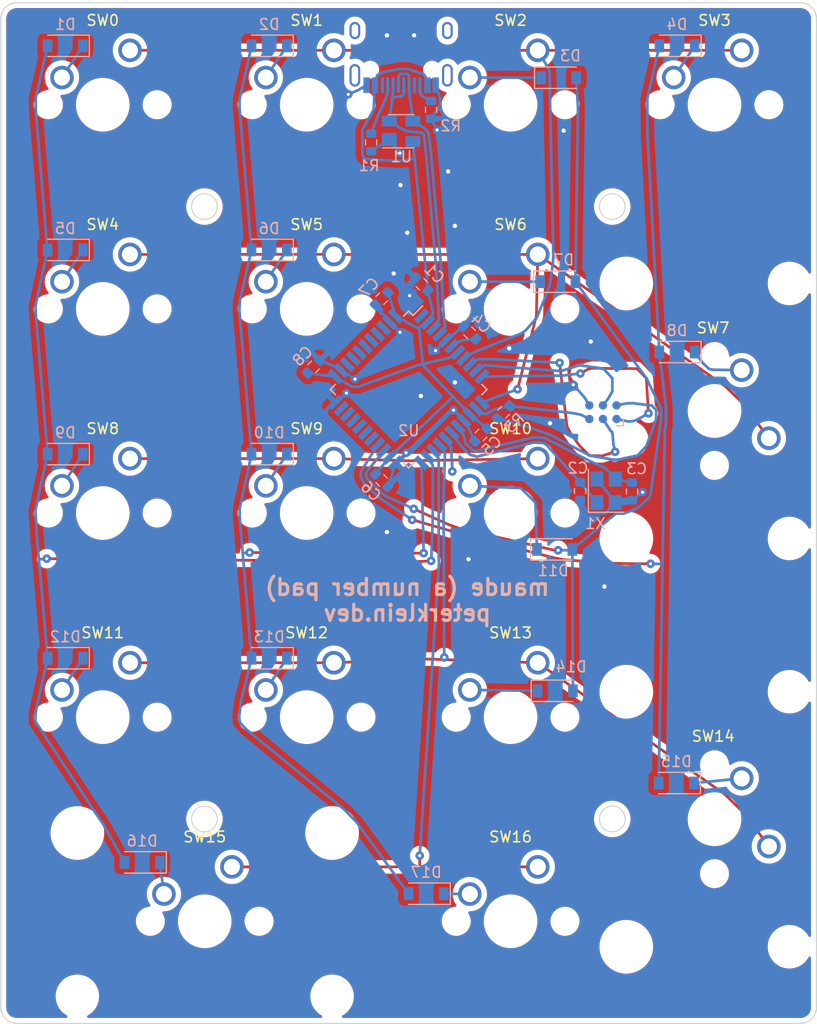
<source format=kicad_pcb>
(kicad_pcb (version 20210126) (generator pcbnew)
  (layers (0 "F.Cu" signal) (31 "B.Cu" signal) (34 "B.Paste" user) (35 "F.Paste" user) (36 "B.SilkS" user "B.Silkscreen") (37 "F.SilkS" user "F.Silkscreen") (38 "B.Mask" user) (39 "F.Mask" user) (44 "Edge.Cuts" user))
  (net 0 "")
  (net 1 "GND")
  (net 2 "matrix-0")
  (net 3 "matrix-1")
  (net 4 "matrix-2")
  (net 5 "matrix-3")
  (net 6 "matrix-4")
  (net 7 "matrix-5")
  (net 8 "matrix-6")
  (net 9 "matrix-7")
  (net 10 "matrix-8")
  (net 11 "switch-diode-0")
  (net 12 "switch-diode-1")
  (net 13 "switch-diode-2")
  (net 14 "switch-diode-3")
  (net 15 "switch-diode-4")
  (net 16 "switch-diode-5")
  (net 17 "switch-diode-6")
  (net 18 "switch-diode-7")
  (net 19 "switch-diode-8")
  (net 20 "switch-diode-9")
  (net 21 "switch-diode-10")
  (net 22 "switch-diode-11")
  (net 23 "switch-diode-12")
  (net 24 "switch-diode-13")
  (net 25 "switch-diode-14")
  (net 26 "switch-diode-15")
  (net 27 "switch-diode-16")
  (net 28 "usb-dp")
  (net 29 "usb-dn")
  (net 30 "usb-vcc")
  (net 31 "usb-cc1")
  (net 32 "usb-cc2")
  (net 33 "icsp-reset")
  (net 34 "icsp-mosi")
  (net 35 "icsp-miso")
  (net 36 "icsp-sck")
  (net 37 "xtal1")
  (net 38 "xtal2")
  (net 39 "ucap")
  (footprint "SW_Cherry_MX_PCB" (layer "F.Cu") (at 82.675 25.525)
    (fp_text reference "SW3")
    (fp_text value "SW_Cherry_MX_1.00u_PCB" hide)
  )
  (footprint "SW_Cherry_MX_PCB" (layer "F.Cu") (at 44.575 25.525)
    (fp_text reference "SW1")
    (fp_text value "SW_Cherry_MX_1.00u_PCB" hide)
  )
  (footprint "SW_Cherry_MX_PCB" (layer "F.Cu") (at 63.625 101.725)
    (fp_text reference "SW16")
    (fp_text value "SW_Cherry_MX_1.00u_PCB" hide)
  )
  (footprint "SW_Cherry_MX_PCB" (layer "F.Cu") (at 82.675 92.2 -90)
    (fp_text reference "SW14")
    (fp_text value "SW_Cherry_MX_1.00u_PCB" hide)
  )
  (footprint "SW_Cherry_MX_PCB" (layer "F.Cu") (at 44.575 44.575)
    (fp_text reference "SW5")
    (fp_text value "SW_Cherry_MX_1.00u_PCB" hide)
  )
  (footprint "SW_Cherry_MX_PCB" (layer "F.Cu") (at 44.575 63.625)
    (fp_text reference "SW9")
    (fp_text value "SW_Cherry_MX_1.00u_PCB" hide)
  )
  (footprint "SW_Cherry_MX_PCB" (layer "F.Cu") (at 25.525 25.525)
    (fp_text reference "SW0")
    (fp_text value "SW_Cherry_MX_1.00u_PCB" hide)
  )
  (footprint "Stab_Cherry_MX_2.00u_PCB" (layer "F.Cu") (at 82.675 54.1 -90)
    (fp_text reference "ST7" hide)
    (fp_text value "SW_Cherry_MX_2.00u_PCB" hide)
  )
  (footprint "SW_Cherry_MX_PCB" (layer "F.Cu") (at 63.625 82.675)
    (fp_text reference "SW13")
    (fp_text value "SW_Cherry_MX_1.00u_PCB" hide)
  )
  (footprint "SW_Cherry_MX_PCB" (layer "F.Cu") (at 25.525 63.625)
    (fp_text reference "SW8")
    (fp_text value "SW_Cherry_MX_1.00u_PCB" hide)
  )
  (footprint "SW_Cherry_MX_PCB" (layer "F.Cu") (at 25.525 44.575)
    (fp_text reference "SW4")
    (fp_text value "SW_Cherry_MX_1.00u_PCB" hide)
  )
  (footprint "SW_Cherry_MX_PCB" (layer "F.Cu") (at 44.575 82.675)
    (fp_text reference "SW12")
    (fp_text value "SW_Cherry_MX_1.00u_PCB" hide)
  )
  (footprint "SW_Cherry_MX_PCB" (layer "F.Cu") (at 35.05 101.725)
    (fp_text reference "SW15")
    (fp_text value "SW_Cherry_MX_1.00u_PCB" hide)
  )
  (footprint "Stab_Cherry_MX_2.00u_PCB" (layer "F.Cu") (at 35.05 101.725 180)
    (fp_text reference "ST15" hide)
    (fp_text value "SW_Cherry_MX_2.00u_PCB" hide)
  )
  (footprint "SW_Cherry_MX_PCB" (layer "F.Cu") (at 63.625 25.525)
    (fp_text reference "SW2")
    (fp_text value "SW_Cherry_MX_1.00u_PCB" hide)
  )
  (footprint "Stab_Cherry_MX_2.00u_PCB" (layer "F.Cu") (at 82.675 92.2 -90)
    (fp_text reference "ST14" hide)
    (fp_text value "SW_Cherry_MX_2.00u_PCB" hide)
  )
  (footprint "SW_Cherry_MX_PCB" (layer "F.Cu") (at 82.675 54.1 -90)
    (fp_text reference "SW7")
    (fp_text value "SW_Cherry_MX_1.00u_PCB" hide)
  )
  (footprint "SW_Cherry_MX_PCB" (layer "F.Cu") (at 63.625 44.575)
    (fp_text reference "SW6")
    (fp_text value "SW_Cherry_MX_1.00u_PCB" hide)
  )
  (footprint "SW_Cherry_MX_PCB" (layer "F.Cu") (at 25.525 82.675)
    (fp_text reference "SW11")
    (fp_text value "SW_Cherry_MX_1.00u_PCB" hide)
  )
  (footprint "SW_Cherry_MX_PCB" (layer "F.Cu") (at 63.625 63.625)
    (fp_text reference "SW10")
    (fp_text value "SW_Cherry_MX_1.00u_PCB" hide)
  )
  (footprint "D_SOD-123" (layer "B.Cu") (at 22.025 20.025 180)
    (fp_text reference "D1")
    (fp_text value "4148")
  )
  (footprint "R_0603_1608Metric" (layer "B.Cu") (at 59.8 46.8 -45)
    (fp_text reference "C4")
    (fp_text value "1 µF")
  )
  (footprint "D_SOD-123" (layer "B.Cu") (at 79.175 20.025 180)
    (fp_text reference "D4")
    (fp_text value "4148")
  )
  (footprint "D_SOD-123" (layer "B.Cu") (at 68.0329 42.0345)
    (fp_text reference "D7")
    (fp_text value "4148")
  )
  (footprint "D_SOD-123" (layer "B.Cu") (at 41.075 20.025 180)
    (fp_text reference "D2")
    (fp_text value "4148")
  )
  (footprint "HRO-TYPE-C-31-M-12" (layer "B.Cu") (at 53.4 16)
    (fp_text reference "J1" hide)
    (fp_text value "HRO-TYPE-C-31-M-12" hide)
  )
  (footprint "R_0603_1608Metric" (layer "B.Cu") (at 70.1171 61.5777 -90)
    (fp_text reference "C2")
    (fp_text value "22 pF")
  )
  (footprint "D_SOD-123" (layer "B.Cu") (at 68.1142 23.0018)
    (fp_text reference "D3")
    (fp_text value "4148")
  )
  (footprint "D_SOD-123" (layer "B.Cu") (at 41.075 77.175 180)
    (fp_text reference "D13")
    (fp_text value "4148")
  )
  (footprint "D_SOD-123" (layer "B.Cu") (at 67.8014 80.2134)
    (fp_text reference "D14")
    (fp_text value "4148")
  )
  (footprint "TQFP-44_10x10mm_P0.8mm" (layer "B.Cu") (at 54.1 52.1 -135)
    (fp_text reference "U2")
    (fp_text value "ATMEGA32U4-AU")
  )
  (footprint "D_SOD-123" (layer "B.Cu") (at 22.025 39.075 180)
    (fp_text reference "D5")
    (fp_text value "4148")
  )
  (footprint "Tag-Connect_TC2030-IDC-FP_2x03_P1.27mm_Vertical" (layer "B.Cu") (at 72.2534 54.2139 180)
    (fp_text reference "Jx1" hide)
    (fp_text value "Tag-Connect_TC2030-IDC-FP_2x03_P1.27mm_Vertical" hide)
  )
  (footprint "R_0603_1608Metric" (layer "B.Cu") (at 56.2 26 90)
    (fp_text reference "R2")
    (fp_text value "5.1 kΩ")
  )
  (footprint "D_SOD-123" (layer "B.Cu") (at 41.075 58.125 180)
    (fp_text reference "D10")
    (fp_text value "4148")
  )
  (footprint "D_SOD-123" (layer "B.Cu") (at 22.025 77.175 180)
    (fp_text reference "D12")
    (fp_text value "4148")
  )
  (footprint "D_SOD-123" (layer "B.Cu") (at 79.175 48.6 180)
    (fp_text reference "D8")
    (fp_text value "4148")
  )
  (footprint "D_SOD-123" (layer "B.Cu") (at 41.075 39.075 180)
    (fp_text reference "D6")
    (fp_text value "4148")
  )
  (footprint "Crystal_SMD_3225-4Pin_3.2x2.5mm" (layer "B.Cu") (at 72.5464 61.548 90)
    (fp_text reference "X1")
    (fp_text value "16 MHz")
  )
  (footprint "D_SOD-123" (layer "B.Cu") (at 79.1107 88.8216 180)
    (fp_text reference "D15")
    (fp_text value "4148")
  )
  (footprint "R_0603_1608Metric" (layer "B.Cu") (at 50.6 29.0403 90)
    (fp_text reference "R1")
    (fp_text value "5.1 kΩ")
  )
  (footprint "R_0603_1608Metric" (layer "B.Cu") (at 45.22 49.98 45)
    (fp_text reference "C8")
    (fp_text value "0.1 µF")
  )
  (footprint "R_0603_1608Metric" (layer "B.Cu") (at 60.86 56.34 45)
    (fp_text reference "C5")
    (fp_text value "0.1 µF")
  )
  (footprint "D_SOD-123" (layer "B.Cu") (at 22.025 58.125 180)
    (fp_text reference "D9")
    (fp_text value "4148")
  )
  (footprint "R_0603_1608Metric" (layer "B.Cu") (at 74.9729 61.6142 -90)
    (fp_text reference "C3")
    (fp_text value "22 pF")
  )
  (footprint "R_0603_1608Metric" (layer "B.Cu") (at 51.58 43.62 45)
    (fp_text reference "C7")
    (fp_text value "0.1 µF")
  )
  (footprint "R_0603_1608Metric" (layer "B.Cu") (at 55.3209 42.2754 -45)
    (fp_text reference "C1")
    (fp_text value "10 µF")
  )
  (footprint "R_0603_1608Metric" (layer "B.Cu") (at 51.58 60.58 -45)
    (fp_text reference "C6")
    (fp_text value "0.1 µF")
  )
  (footprint "D_SOD-123" (layer "B.Cu") (at 67.7445 67.0157)
    (fp_text reference "D11")
    (fp_text value "4148")
  )
  (footprint "R_0603_1608Metric" (layer "B.Cu") (at 62.98 54.22 45)
    (fp_text reference "R3")
    (fp_text value "10 kΩ")
  )
  (footprint "D_SOD-123" (layer "B.Cu") (at 55.7412 99.1475 180)
    (fp_text reference "D17")
    (fp_text value "4148")
  )
  (footprint "D_SOD-123" (layer "B.Cu") (at 29.212 96.225 180)
    (fp_text reference "D16")
    (fp_text value "4148")
  )
  (footprint "SOT-143" (layer "B.Cu") (at 53.4 28)
    (fp_text reference "U1")
    (fp_text value "SR05")
  )
  (gr_line (start 92.071314 16.892138) (end 92.085819 16.925974) (layer "Edge.Cuts") (width 0.1))
  (gr_circle (center 35.025 92.175) (end 36.225 92.175) (layer "Edge.Cuts") (width 0.1) (fill none))
  (gr_line (start 16.439339 110.81066) (end 16.413629 110.78431) (layer "Edge.Cuts") (width 0.1))
  (gr_line (start 92.183764 17.279904) (end 92.188719 17.316383) (layer "Edge.Cuts") (width 0.1))
  (gr_line (start 16.144016 16.858667) (end 16.160163 16.825583) (layer "Edge.Cuts") (width 0.1))
  (gr_line (start 92.195935 109.860346) (end 92.192777 109.897025) (layer "Edge.Cuts") (width 0.1))
  (gr_line (start 16.064589 17.064572) (end 16.075707 17.029477) (layer "Edge.Cuts") (width 0.1))
  (gr_line (start 91.78637 110.78431) (end 91.76066 110.81066) (layer "Edge.Cuts") (width 0.1))
  (gr_line (start 16.022083 110.006442) (end 16.016235 109.970095) (layer "Edge.Cuts") (width 0.1))
  (gr_line (start 92.183764 109.970095) (end 92.177916 110.006442) (layer "Edge.Cuts") (width 0.1))
  (gr_line (start 17.135529 111.205046) (end 17.09993 111.195664) (layer "Edge.Cuts") (width 0.1))
  (gr_line (start 91.904811 16.606451) (end 91.926377 16.636287) (layer "Edge.Cuts") (width 0.1))
  (gr_line (start 91.96728 110.552496) (end 91.947204 110.583355) (layer "Edge.Cuts") (width 0.1))
  (gr_line (start 17.243557 111.227916) (end 17.207364 111.221177) (layer "Edge.Cuts") (width 0.1))
  (gr_line (start 16.492661 110.861426) (end 16.465689 110.83637) (layer "Edge.Cuts") (width 0.1))
  (gr_line (start 91.205334 16.087683) (end 91.239842 16.10051) (layer "Edge.Cuts") (width 0.1))
  (gr_line (start 91.73431 16.413629) (end 91.76066 16.439339) (layer "Edge.Cuts") (width 0.1))
  (gr_line (start 16.606451 110.954811) (end 16.577152 110.932519) (layer "Edge.Cuts") (width 0.1))
  (gr_line (start 16.001806 17.426398) (end 16.004064 17.389653) (layer "Edge.Cuts") (width 0.1))
  (gr_line (start 16.858667 111.105983) (end 16.825583 111.089836) (layer "Edge.Cuts") (width 0.1))
  (gr_line (start 16.252795 110.583355) (end 16.232719 110.552496) (layer "Edge.Cuts") (width 0.1))
  (gr_line (start 91.06447 16.044953) (end 91.100069 16.054335) (layer "Edge.Cuts") (width 0.1))
  (gr_line (start 92.171177 110.042635) (end 92.163553 110.078651) (layer "Edge.Cuts") (width 0.1))
  (gr_line (start 92.2 109.75) (end 92.199548 109.786811) (layer "Edge.Cuts") (width 0.1))
  (gr_line (start 90.7 111.25) (end 17.5 111.25) (layer "Edge.Cuts") (width 0.1))
  (gr_line (start 92.198193 17.426398) (end 92.199548 17.463188) (layer "Edge.Cuts") (width 0.1))
  (gr_line (start 90.847025 111.242777) (end 90.810346 111.245935) (layer "Edge.Cuts") (width 0.1))
  (gr_line (start 91.859515 16.54841) (end 91.882519 16.577152) (layer "Edge.Cuts") (width 0.1))
  (gr_line (start 16.160163 16.825583) (end 16.177118 16.792904) (layer "Edge.Cuts") (width 0.1))
  (gr_line (start 17.064572 111.18541) (end 17.029477 111.174292) (layer "Edge.Cuts") (width 0.1))
  (gr_line (start 91.239842 111.149489) (end 91.205334 111.162316) (layer "Edge.Cuts") (width 0.1))
  (gr_line (start 16.273622 16.636287) (end 16.295188 16.606451) (layer "Edge.Cuts") (width 0.1))
  (gr_line (start 92.124292 17.029477) (end 92.13541 17.064572) (layer "Edge.Cuts") (width 0.1))
  (gr_line (start 16.087683 16.994665) (end 16.10051 16.960157) (layer "Edge.Cuts") (width 0.1))
  (gr_line (start 91.947204 16.666644) (end 91.96728 16.697503) (layer "Edge.Cuts") (width 0.1))
  (gr_line (start 92.112316 16.994665) (end 92.124292 17.029477) (layer "Edge.Cuts") (width 0.1))
  (gr_line (start 16.439339 16.439339) (end 16.465689 16.413629) (layer "Edge.Cuts") (width 0.1))
  (gr_line (start 16.01128 109.933616) (end 16.007222 109.897025) (layer "Edge.Cuts") (width 0.1))
  (gr_line (start 16.11418 16.925974) (end 16.128685 16.892138) (layer "Edge.Cuts") (width 0.1))
  (gr_line (start 16.075707 110.220522) (end 16.064589 110.185427) (layer "Edge.Cuts") (width 0.1))
  (gr_line (start 16.994665 111.162316) (end 16.960157 111.149489) (layer "Edge.Cuts") (width 0.1))
  (gr_line (start 17.029477 111.174292) (end 16.994665 111.162316) (layer "Edge.Cuts") (width 0.1))
  (gr_line (start 16.825583 16.160163) (end 16.858667 16.144016) (layer "Edge.Cuts") (width 0.1))
  (gr_line (start 91.028651 16.036446) (end 91.06447 16.044953) (layer "Edge.Cuts") (width 0.1))
  (gr_line (start 16.858667 16.144016) (end 16.892138 16.128685) (layer "Edge.Cuts") (width 0.1))
  (gr_line (start 16.697503 16.232719) (end 16.728845 16.213407) (layer "Edge.Cuts") (width 0.1))
  (gr_line (start 17.463188 111.249548) (end 17.426398 111.248193) (layer "Edge.Cuts") (width 0.1))
  (gr_line (start 17.207364 111.221177) (end 17.171348 111.213553) (layer "Edge.Cuts") (width 0.1))
  (gr_line (start 91.028651 111.213553) (end 90.992635 111.221177) (layer "Edge.Cuts") (width 0.1))
  (gr_line (start 15.999999 17.5) (end 15.999999 17.5) (layer "Edge.Cuts") (width 0.1))
  (gr_line (start 91.274025 111.135819) (end 91.239842 111.149489) (layer "Edge.Cuts") (width 0.1))
  (gr_line (start 90.773601 16.001806) (end 90.810346 16.004064) (layer "Edge.Cuts") (width 0.1))
  (gr_line (start 91.926377 110.613712) (end 91.904811 110.643548) (layer "Edge.Cuts") (width 0.1))
  (gr_line (start 16.697503 111.01728) (end 16.666644 110.997204) (layer "Edge.Cuts") (width 0.1))
  (gr_line (start 16.273622 110.613712) (end 16.252795 110.583355) (layer "Edge.Cuts") (width 0.1))
  (gr_line (start 92.155046 17.135529) (end 92.163553 17.171348) (layer "Edge.Cuts") (width 0.1))
  (gr_line (start 91.593548 16.295188) (end 91.622847 16.31748) (layer "Edge.Cuts") (width 0.1))
  (gr_line (start 16.036446 17.171348) (end 16.044953 17.135529) (layer "Edge.Cuts") (width 0.1))
  (gr_line (start 16.016235 109.970095) (end 16.01128 109.933616) (layer "Edge.Cuts") (width 0.1))
  (gr_line (start 16.11418 110.324025) (end 16.10051 110.289842) (layer "Edge.Cuts") (width 0.1))
  (gr_line (start 92.188719 17.316383) (end 92.192777 17.352974) (layer "Edge.Cuts") (width 0.1))
  (gr_line (start 16.036446 110.078651) (end 16.028822 110.042635) (layer "Edge.Cuts") (width 0.1))
  (gr_line (start 16.087683 110.255334) (end 16.075707 110.220522) (layer "Edge.Cuts") (width 0.1))
  (gr_line (start 91.170522 111.174292) (end 91.135427 111.18541) (layer "Edge.Cuts") (width 0.1))
  (gr_line (start 16.213407 16.728845) (end 16.232719 16.697503) (layer "Edge.Cuts") (width 0.1))
  (gr_line (start 16.004064 17.389653) (end 16.007222 17.352974) (layer "Edge.Cuts") (width 0.1))
  (gr_line (start 17.029477 16.075707) (end 17.064572 16.064589) (layer "Edge.Cuts") (width 0.1))
  (gr_line (start 16.194869 16.760652) (end 16.213407 16.728845) (layer "Edge.Cuts") (width 0.1))
  (gr_line (start 92.177916 110.006442) (end 92.171177 110.042635) (layer "Edge.Cuts") (width 0.1))
  (gr_line (start 92.177916 17.243557) (end 92.183764 17.279904) (layer "Edge.Cuts") (width 0.1))
  (gr_line (start 16.028822 110.042635) (end 16.022083 110.006442) (layer "Edge.Cuts") (width 0.1))
  (gr_line (start 16.606451 16.295188) (end 16.636287 16.273622) (layer "Edge.Cuts") (width 0.1))
  (gr_line (start 92.2 17.5) (end 92.2 109.75) (layer "Edge.Cuts") (width 0.1))
  (gr_line (start 90.883616 16.01128) (end 90.920095 16.016235) (layer "Edge.Cuts") (width 0.1))
  (gr_line (start 16.960157 111.149489) (end 16.925974 111.135819) (layer "Edge.Cuts") (width 0.1))
  (gr_line (start 16.465689 110.83637) (end 16.439339 110.81066) (layer "Edge.Cuts") (width 0.1))
  (gr_line (start 17.463188 16.000451) (end 17.499999 16) (layer "Edge.Cuts") (width 0.1))
  (gr_line (start 16.825583 111.089836) (end 16.792904 111.072881) (layer "Edge.Cuts") (width 0.1))
  (gr_line (start 91.904811 110.643548) (end 91.882519 110.672847) (layer "Edge.Cuts") (width 0.1))
  (gr_line (start 16.892138 111.121314) (end 16.858667 111.105983) (layer "Edge.Cuts") (width 0.1))
  (gr_line (start 16.075707 17.029477) (end 16.087683 16.994665) (layer "Edge.Cuts") (width 0.1))
  (gr_line (start 91.274025 16.11418) (end 91.307861 16.128685) (layer "Edge.Cuts") (width 0.1))
  (gr_line (start 16.054335 17.09993) (end 16.064589 17.064572) (layer "Edge.Cuts") (width 0.1))
  (gr_line (start 92.195935 17.389653) (end 92.198193 17.426398) (layer "Edge.Cuts") (width 0.1))
  (gr_line (start 92.188719 109.933616) (end 92.183764 109.970095) (layer "Edge.Cuts") (width 0.1))
  (gr_line (start 91.205334 111.162316) (end 91.170522 111.174292) (layer "Edge.Cuts") (width 0.1))
  (gr_line (start 17.316383 111.238719) (end 17.279904 111.233764) (layer "Edge.Cuts") (width 0.1))
  (gr_line (start 90.920095 111.233764) (end 90.883616 111.238719) (layer "Edge.Cuts") (width 0.1))
  (gr_line (start 16.364186 110.729759) (end 16.340484 110.701589) (layer "Edge.Cuts") (width 0.1))
  (gr_line (start 16.295188 16.606451) (end 16.31748 16.577152) (layer "Edge.Cuts") (width 0.1))
  (gr_line (start 16.007222 17.352974) (end 16.01128 17.316383) (layer "Edge.Cuts") (width 0.1))
  (gr_line (start 16.10051 110.289842) (end 16.087683 110.255334) (layer "Edge.Cuts") (width 0.1))
  (gr_line (start 17.279904 111.233764) (end 17.243557 111.227916) (layer "Edge.Cuts") (width 0.1))
  (gr_line (start 17.279904 16.016235) (end 17.316383 16.01128) (layer "Edge.Cuts") (width 0.1))
  (gr_line (start 16.666644 16.252795) (end 16.697503 16.232719) (layer "Edge.Cuts") (width 0.1))
  (gr_line (start 90.847025 16.007222) (end 90.883616 16.01128) (layer "Edge.Cuts") (width 0.1))
  (gr_line (start 90.883616 111.238719) (end 90.847025 111.242777) (layer "Edge.Cuts") (width 0.1))
  (gr_line (start 16.054335 110.150069) (end 16.044953 110.11447) (layer "Edge.Cuts") (width 0.1))
  (gr_line (start 16.994665 16.087683) (end 17.029477 16.075707) (layer "Edge.Cuts") (width 0.1))
  (gr_line (start 16.001806 109.823601) (end 16.000451 109.786811) (layer "Edge.Cuts") (width 0.1))
  (gr_line (start 91.502496 111.01728) (end 91.471154 111.036592) (layer "Edge.Cuts") (width 0.1))
  (gr_line (start 16.413629 16.465689) (end 16.439339 16.439339) (layer "Edge.Cuts") (width 0.1))
  (gr_line (start 91.471154 111.036592) (end 91.439347 111.05513) (layer "Edge.Cuts") (width 0.1))
  (gr_line (start 16.636287 16.273622) (end 16.666644 16.252795) (layer "Edge.Cuts") (width 0.1))
  (gr_line (start 90.992635 16.028822) (end 91.028651 16.036446) (layer "Edge.Cuts") (width 0.1))
  (gr_line (start 16.232719 110.552496) (end 16.213407 110.521154) (layer "Edge.Cuts") (width 0.1))
  (gr_line (start 92.022881 110.457095) (end 92.00513 110.489347) (layer "Edge.Cuts") (width 0.1))
  (gr_line (start 91.471154 16.213407) (end 91.502496 16.232719) (layer "Edge.Cuts") (width 0.1))
  (gr_line (start 91.73431 110.83637) (end 91.707338 110.861426) (layer "Edge.Cuts") (width 0.1))
  (gr_line (start 92.112316 110.255334) (end 92.099489 110.289842) (layer "Edge.Cuts") (width 0.1))
  (gr_line (start 90.810346 16.004064) (end 90.847025 16.007222) (layer "Edge.Cuts") (width 0.1))
  (gr_line (start 91.439347 111.05513) (end 91.407095 111.072881) (layer "Edge.Cuts") (width 0.1))
  (gr_line (start 16.10051 16.960157) (end 16.11418 16.925974) (layer "Edge.Cuts") (width 0.1))
  (gr_line (start 17.243557 16.022083) (end 17.279904 16.016235) (layer "Edge.Cuts") (width 0.1))
  (gr_line (start 16.760652 16.194869) (end 16.792904 16.177118) (layer "Edge.Cuts") (width 0.1))
  (gr_line (start 16.252795 16.666644) (end 16.273622 16.636287) (layer "Edge.Cuts") (width 0.1))
  (gr_line (start 91.100069 16.054335) (end 91.135427 16.064589) (layer "Edge.Cuts") (width 0.1))
  (gr_line (start 92.055983 16.858667) (end 92.071314 16.892138) (layer "Edge.Cuts") (width 0.1))
  (gr_line (start 16.52024 16.364186) (end 16.54841 16.340484) (layer "Edge.Cuts") (width 0.1))
  (gr_line (start 91.947204 110.583355) (end 91.926377 110.613712) (layer "Edge.Cuts") (width 0.1))
  (gr_line (start 16.666644 110.997204) (end 16.636287 110.976377) (layer "Edge.Cuts") (width 0.1))
  (gr_line (start 92.199548 17.463188) (end 92.2 17.5) (layer "Edge.Cuts") (width 0.1))
  (gr_line (start 92.071314 110.357861) (end 92.055983 110.391332) (layer "Edge.Cuts") (width 0.1))
  (gr_line (start 17.316383 16.01128) (end 17.352974 16.007222) (layer "Edge.Cuts") (width 0.1))
  (gr_line (start 91.707338 16.388573) (end 91.73431 16.413629) (layer "Edge.Cuts") (width 0.1))
  (gr_line (start 17.207364 16.028822) (end 17.243557 16.022083) (layer "Edge.Cuts") (width 0.1))
  (gr_line (start 17.171348 111.213553) (end 17.135529 111.205046) (layer "Edge.Cuts") (width 0.1))
  (gr_line (start 16.792904 111.072881) (end 16.760652 111.05513) (layer "Edge.Cuts") (width 0.1))
  (gr_line (start 92.163553 110.078651) (end 92.155046 110.11447) (layer "Edge.Cuts") (width 0.1))
  (gr_line (start 91.811426 16.492661) (end 91.835813 16.52024) (layer "Edge.Cuts") (width 0.1))
  (gr_line (start 91.439347 16.194869) (end 91.471154 16.213407) (layer "Edge.Cuts") (width 0.1))
  (gr_line (start 90.7 16) (end 90.736811 16.000451) (layer "Edge.Cuts") (width 0.1))
  (gr_line (start 16.213407 110.521154) (end 16.194869 110.489347) (layer "Edge.Cuts") (width 0.1))
  (gr_line (start 16.177118 110.457095) (end 16.160163 110.424416) (layer "Edge.Cuts") (width 0.1))
  (gr_line (start 92.13541 17.064572) (end 92.145664 17.09993) (layer "Edge.Cuts") (width 0.1))
  (gr_line (start 91.593548 110.954811) (end 91.563712 110.976377) (layer "Edge.Cuts") (width 0.1))
  (gr_line (start 16.925974 16.11418) (end 16.960157 16.10051) (layer "Edge.Cuts") (width 0.1))
  (gr_line (start 16.128685 110.357861) (end 16.11418 110.324025) (layer "Edge.Cuts") (width 0.1))
  (gr_line (start 91.170522 16.075707) (end 91.205334 16.087683) (layer "Edge.Cuts") (width 0.1))
  (gr_circle (center 73.125 92.175) (end 74.325 92.175) (layer "Edge.Cuts") (width 0.1) (fill none))
  (gr_line (start 91.986592 110.521154) (end 91.96728 110.552496) (layer "Edge.Cuts") (width 0.1))
  (gr_line (start 16.960157 16.10051) (end 16.994665 16.087683) (layer "Edge.Cuts") (width 0.1))
  (gr_line (start 16.007222 109.897025) (end 16.004064 109.860346) (layer "Edge.Cuts") (width 0.1))
  (gr_line (start 17.352974 111.242777) (end 17.316383 111.238719) (layer "Edge.Cuts") (width 0.1))
  (gr_line (start 92.124292 110.220522) (end 92.112316 110.255334) (layer "Edge.Cuts") (width 0.1))
  (gr_line (start 16.177118 16.792904) (end 16.194869 16.760652) (layer "Edge.Cuts") (width 0.1))
  (gr_line (start 92.171177 17.207364) (end 92.177916 17.243557) (layer "Edge.Cuts") (width 0.1))
  (gr_line (start 91.651589 110.909515) (end 91.622847 110.932519) (layer "Edge.Cuts") (width 0.1))
  (gr_line (start 16.01128 17.316383) (end 16.016235 17.279904) (layer "Edge.Cuts") (width 0.1))
  (gr_line (start 91.502496 16.232719) (end 91.533355 16.252795) (layer "Edge.Cuts") (width 0.1))
  (gr_line (start 91.341332 111.105983) (end 91.307861 111.121314) (layer "Edge.Cuts") (width 0.1))
  (gr_line (start 92.163553 17.171348) (end 92.171177 17.207364) (layer "Edge.Cuts") (width 0.1))
  (gr_line (start 91.96728 16.697503) (end 91.986592 16.728845) (layer "Edge.Cuts") (width 0.1))
  (gr_line (start 91.679759 110.885813) (end 91.651589 110.909515) (layer "Edge.Cuts") (width 0.1))
  (gr_line (start 92.00513 16.760652) (end 92.022881 16.792904) (layer "Edge.Cuts") (width 0.1))
  (gr_line (start 91.622847 16.31748) (end 91.651589 16.340484) (layer "Edge.Cuts") (width 0.1))
  (gr_line (start 92.022881 16.792904) (end 92.039836 16.825583) (layer "Edge.Cuts") (width 0.1))
  (gr_line (start 17.064572 16.064589) (end 17.09993 16.054335) (layer "Edge.Cuts") (width 0.1))
  (gr_line (start 90.810346 111.245935) (end 90.773601 111.248193) (layer "Edge.Cuts") (width 0.1))
  (gr_line (start 16.044953 17.135529) (end 16.054335 17.09993) (layer "Edge.Cuts") (width 0.1))
  (gr_line (start 17.171348 16.036446) (end 17.207364 16.028822) (layer "Edge.Cuts") (width 0.1))
  (gr_line (start 16.340484 16.54841) (end 16.364186 16.52024) (layer "Edge.Cuts") (width 0.1))
  (gr_line (start 16.31748 16.577152) (end 16.340484 16.54841) (layer "Edge.Cuts") (width 0.1))
  (gr_line (start 91.859515 110.701589) (end 91.835813 110.729759) (layer "Edge.Cuts") (width 0.1))
  (gr_line (start 91.307861 16.128685) (end 91.341332 16.144016) (layer "Edge.Cuts") (width 0.1))
  (gr_line (start 16.892138 16.128685) (end 16.925974 16.11418) (layer "Edge.Cuts") (width 0.1))
  (gr_line (start 16.52024 110.885813) (end 16.492661 110.861426) (layer "Edge.Cuts") (width 0.1))
  (gr_line (start 16.128685 16.892138) (end 16.144016 16.858667) (layer "Edge.Cuts") (width 0.1))
  (gr_line (start 16.144016 110.391332) (end 16.128685 110.357861) (layer "Edge.Cuts") (width 0.1))
  (gr_line (start 91.622847 110.932519) (end 91.593548 110.954811) (layer "Edge.Cuts") (width 0.1))
  (gr_line (start 16.54841 110.909515) (end 16.52024 110.885813) (layer "Edge.Cuts") (width 0.1))
  (gr_line (start 16.004064 109.860346) (end 16.001806 109.823601) (layer "Edge.Cuts") (width 0.1))
  (gr_line (start 16.636287 110.976377) (end 16.606451 110.954811) (layer "Edge.Cuts") (width 0.1))
  (gr_line (start 16.577152 110.932519) (end 16.54841 110.909515) (layer "Edge.Cuts") (width 0.1))
  (gr_line (start 91.835813 16.52024) (end 91.859515 16.54841) (layer "Edge.Cuts") (width 0.1))
  (gr_line (start 16.028822 17.207364) (end 16.036446 17.171348) (layer "Edge.Cuts") (width 0.1))
  (gr_line (start 17.135529 16.044953) (end 17.171348 16.036446) (layer "Edge.Cuts") (width 0.1))
  (gr_line (start 91.563712 110.976377) (end 91.533355 110.997204) (layer "Edge.Cuts") (width 0.1))
  (gr_line (start 17.352974 16.007222) (end 17.389653 16.004064) (layer "Edge.Cuts") (width 0.1))
  (gr_line (start 90.956442 111.227916) (end 90.920095 111.233764) (layer "Edge.Cuts") (width 0.1))
  (gr_line (start 92.00513 110.489347) (end 91.986592 110.521154) (layer "Edge.Cuts") (width 0.1))
  (gr_line (start 92.055983 110.391332) (end 92.039836 110.424416) (layer "Edge.Cuts") (width 0.1))
  (gr_line (start 91.100069 111.195664) (end 91.06447 111.205046) (layer "Edge.Cuts") (width 0.1))
  (gr_line (start 16.388573 110.757338) (end 16.364186 110.729759) (layer "Edge.Cuts") (width 0.1))
  (gr_line (start 92.155046 110.11447) (end 92.145664 110.150069) (layer "Edge.Cuts") (width 0.1))
  (gr_line (start 17.389653 111.245935) (end 17.352974 111.242777) (layer "Edge.Cuts") (width 0.1))
  (gr_line (start 91.76066 110.81066) (end 91.73431 110.83637) (layer "Edge.Cuts") (width 0.1))
  (gr_line (start 17.499999 16) (end 90.7 16) (layer "Edge.Cuts") (width 0.1))
  (gr_line (start 17.426398 16.001806) (end 17.463188 16.000451) (layer "Edge.Cuts") (width 0.1))
  (gr_line (start 16.194869 110.489347) (end 16.177118 110.457095) (layer "Edge.Cuts") (width 0.1))
  (gr_line (start 91.78637 16.465689) (end 91.811426 16.492661) (layer "Edge.Cuts") (width 0.1))
  (gr_line (start 91.811426 110.757338) (end 91.78637 110.78431) (layer "Edge.Cuts") (width 0.1))
  (gr_line (start 91.407095 16.177118) (end 91.439347 16.194869) (layer "Edge.Cuts") (width 0.1))
  (gr_line (start 91.76066 16.439339) (end 91.78637 16.465689) (layer "Edge.Cuts") (width 0.1))
  (gr_line (start 91.835813 110.729759) (end 91.811426 110.757338) (layer "Edge.Cuts") (width 0.1))
  (gr_line (start 17.5 111.25) (end 17.463188 111.249548) (layer "Edge.Cuts") (width 0.1))
  (gr_line (start 92.085819 110.324025) (end 92.071314 110.357861) (layer "Edge.Cuts") (width 0.1))
  (gr_line (start 16.728845 16.213407) (end 16.760652 16.194869) (layer "Edge.Cuts") (width 0.1))
  (gr_line (start 16.792904 16.177118) (end 16.825583 16.160163) (layer "Edge.Cuts") (width 0.1))
  (gr_line (start 91.06447 111.205046) (end 91.028651 111.213553) (layer "Edge.Cuts") (width 0.1))
  (gr_line (start 16.064589 110.185427) (end 16.054335 110.150069) (layer "Edge.Cuts") (width 0.1))
  (gr_line (start 91.651589 16.340484) (end 91.679759 16.364186) (layer "Edge.Cuts") (width 0.1))
  (gr_line (start 91.986592 16.728845) (end 92.00513 16.760652) (layer "Edge.Cuts") (width 0.1))
  (gr_line (start 91.135427 111.18541) (end 91.100069 111.195664) (layer "Edge.Cuts") (width 0.1))
  (gr_line (start 92.085819 16.925974) (end 92.099489 16.960157) (layer "Edge.Cuts") (width 0.1))
  (gr_line (start 15.999999 109.75) (end 15.999999 17.5) (layer "Edge.Cuts") (width 0.1))
  (gr_circle (center 73.125 35.025) (end 74.325 35.025) (layer "Edge.Cuts") (width 0.1) (fill none))
  (gr_line (start 16.31748 110.672847) (end 16.295188 110.643548) (layer "Edge.Cuts") (width 0.1))
  (gr_line (start 92.039836 110.424416) (end 92.022881 110.457095) (layer "Edge.Cuts") (width 0.1))
  (gr_line (start 16.54841 16.340484) (end 16.577152 16.31748) (layer "Edge.Cuts") (width 0.1))
  (gr_line (start 16.492661 16.388573) (end 16.52024 16.364186) (layer "Edge.Cuts") (width 0.1))
  (gr_line (start 16.044953 110.11447) (end 16.036446 110.078651) (layer "Edge.Cuts") (width 0.1))
  (gr_line (start 16.925974 111.135819) (end 16.892138 111.121314) (layer "Edge.Cuts") (width 0.1))
  (gr_line (start 91.307861 111.121314) (end 91.274025 111.135819) (layer "Edge.Cuts") (width 0.1))
  (gr_line (start 92.145664 110.150069) (end 92.13541 110.185427) (layer "Edge.Cuts") (width 0.1))
  (gr_line (start 92.199548 109.786811) (end 92.198193 109.823601) (layer "Edge.Cuts") (width 0.1))
  (gr_line (start 91.533355 110.997204) (end 91.502496 111.01728) (layer "Edge.Cuts") (width 0.1))
  (gr_line (start 90.773601 111.248193) (end 90.736811 111.249548) (layer "Edge.Cuts") (width 0.1))
  (gr_line (start 16.465689 16.413629) (end 16.492661 16.388573) (layer "Edge.Cuts") (width 0.1))
  (gr_line (start 16.295188 110.643548) (end 16.273622 110.613712) (layer "Edge.Cuts") (width 0.1))
  (gr_line (start 16.232719 16.697503) (end 16.252795 16.666644) (layer "Edge.Cuts") (width 0.1))
  (gr_line (start 16.364186 16.52024) (end 16.388573 16.492661) (layer "Edge.Cuts") (width 0.1))
  (gr_line (start 17.426398 111.248193) (end 17.389653 111.245935) (layer "Edge.Cuts") (width 0.1))
  (gr_line (start 16.016235 17.279904) (end 16.022083 17.243557) (layer "Edge.Cuts") (width 0.1))
  (gr_line (start 16.760652 111.05513) (end 16.728845 111.036592) (layer "Edge.Cuts") (width 0.1))
  (gr_line (start 16.413629 110.78431) (end 16.388573 110.757338) (layer "Edge.Cuts") (width 0.1))
  (gr_line (start 92.13541 110.185427) (end 92.124292 110.220522) (layer "Edge.Cuts") (width 0.1))
  (gr_line (start 90.956442 16.022083) (end 90.992635 16.028822) (layer "Edge.Cuts") (width 0.1))
  (gr_line (start 15.999999 17.5) (end 16.000451 17.463188) (layer "Edge.Cuts") (width 0.1))
  (gr_line (start 91.407095 111.072881) (end 91.374416 111.089836) (layer "Edge.Cuts") (width 0.1))
  (gr_line (start 16.022083 17.243557) (end 16.028822 17.207364) (layer "Edge.Cuts") (width 0.1))
  (gr_line (start 16.160163 110.424416) (end 16.144016 110.391332) (layer "Edge.Cuts") (width 0.1))
  (gr_line (start 91.341332 16.144016) (end 91.374416 16.160163) (layer "Edge.Cuts") (width 0.1))
  (gr_line (start 17.09993 111.195664) (end 17.064572 111.18541) (layer "Edge.Cuts") (width 0.1))
  (gr_line (start 16.340484 110.701589) (end 16.31748 110.672847) (layer "Edge.Cuts") (width 0.1))
  (gr_line (start 91.926377 16.636287) (end 91.947204 16.666644) (layer "Edge.Cuts") (width 0.1))
  (gr_line (start 92.192777 109.897025) (end 92.188719 109.933616) (layer "Edge.Cuts") (width 0.1))
  (gr_line (start 91.533355 16.252795) (end 91.563712 16.273622) (layer "Edge.Cuts") (width 0.1))
  (gr_line (start 92.099489 16.960157) (end 92.112316 16.994665) (layer "Edge.Cuts") (width 0.1))
  (gr_line (start 92.192777 17.352974) (end 92.195935 17.389653) (layer "Edge.Cuts") (width 0.1))
  (gr_line (start 91.563712 16.273622) (end 91.593548 16.295188) (layer "Edge.Cuts") (width 0.1))
  (gr_line (start 91.707338 110.861426) (end 91.679759 110.885813) (layer "Edge.Cuts") (width 0.1))
  (gr_line (start 91.374416 16.160163) (end 91.407095 16.177118) (layer "Edge.Cuts") (width 0.1))
  (gr_line (start 91.882519 110.672847) (end 91.859515 110.701589) (layer "Edge.Cuts") (width 0.1))
  (gr_line (start 92.145664 17.09993) (end 92.155046 17.135529) (layer "Edge.Cuts") (width 0.1))
  (gr_line (start 91.374416 111.089836) (end 91.341332 111.105983) (layer "Edge.Cuts") (width 0.1))
  (gr_line (start 91.679759 16.364186) (end 91.707338 16.388573) (layer "Edge.Cuts") (width 0.1))
  (gr_line (start 90.736811 111.249548) (end 90.7 111.25) (layer "Edge.Cuts") (width 0.1))
  (gr_line (start 16.388573 16.492661) (end 16.413629 16.465689) (layer "Edge.Cuts") (width 0.1))
  (gr_line (start 90.992635 111.221177) (end 90.956442 111.227916) (layer "Edge.Cuts") (width 0.1))
  (gr_line (start 91.882519 16.577152) (end 91.904811 16.606451) (layer "Edge.Cuts") (width 0.1))
  (gr_line (start 92.039836 16.825583) (end 92.055983 16.858667) (layer "Edge.Cuts") (width 0.1))
  (gr_line (start 16.577152 16.31748) (end 16.606451 16.295188) (layer "Edge.Cuts") (width 0.1))
  (gr_line (start 16.728845 111.036592) (end 16.697503 111.01728) (layer "Edge.Cuts") (width 0.1))
  (gr_line (start 92.099489 110.289842) (end 92.085819 110.324025) (layer "Edge.Cuts") (width 0.1))
  (gr_circle (center 35.025 35.025) (end 36.225 35.025) (layer "Edge.Cuts") (width 0.1) (fill none))
  (gr_line (start 16.000451 17.463188) (end 16.001806 17.426398) (layer "Edge.Cuts") (width 0.1))
  (gr_line (start 16.000451 109.786811) (end 15.999999 109.75) (layer "Edge.Cuts") (width 0.1))
  (gr_line (start 90.736811 16.000451) (end 90.773601 16.001806) (layer "Edge.Cuts") (width 0.1))
  (gr_line (start 17.09993 16.054335) (end 17.135529 16.044953) (layer "Edge.Cuts") (width 0.1))
  (gr_line (start 90.920095 16.016235) (end 90.956442 16.022083) (layer "Edge.Cuts") (width 0.1))
  (gr_line (start 92.198193 109.823601) (end 92.195935 109.860346) (layer "Edge.Cuts") (width 0.1))
  (gr_line (start 91.135427 16.064589) (end 91.170522 16.075707) (layer "Edge.Cuts") (width 0.1))
  (gr_line (start 91.239842 16.10051) (end 91.274025 16.11418) (layer "Edge.Cuts") (width 0.1))
  (gr_line (start 17.389653 16.004064) (end 17.426398 16.001806) (layer "Edge.Cuts") (width 0.1))
  (gr_text "maude (a number pad)\npeterklein.dev" (at 53.975 71.755) (layer "B.SilkS") (effects (font (size 1.5 1.5) (thickness 0.3)) (justify mirror)))
  (via (at 72.39 70.485) (size 0.8) (drill 0.4) (layers "F.Cu" "B.Cu") (net 1))
  (via (at 58.42 51.435) (size 0.8) (drill 0.4) (layers "F.Cu" "B.Cu") (net 1))
  (via (at 53.34 33.02) (size 0.8) (drill 0.4) (layers "F.Cu" "B.Cu") (net 1))
  (via (at 54.1913 43.3413) (size 0.8) (layers "F.Cu" "B.Cu") (net 1))
  (via (at 57.785 31.75) (size 0.8) (drill 0.4) (layers "F.Cu" "B.Cu") (net 1))
  (via (at 56.754 27.8823) (size 0.8) (layers "F.Cu" "B.Cu") (net 1))
  (via (at 56.6174 48.4663) (size 0.8) (layers "F.Cu" "B.Cu") (net 1))
  (via (at 54.61 19.05) (size 0.8) (drill 0.4) (layers "F.Cu" "B.Cu") (net 1))
  (via (at 71.12 47.625) (size 0.8) (drill 0.4) (layers "F.Cu" "B.Cu") (net 1))
  (via (at 48.4596 24.5511) (size 0.8) (layers "F.Cu" "B.Cu") (net 1))
  (via (at 75.9585 61.6868) (size 0.8) (layers "F.Cu" "B.Cu") (net 1))
  (via (at 49.0867 51.1251) (size 0.8) (layers "F.Cu" "B.Cu") (net 1))
  (via (at 68.58 27.94) (size 0.8) (drill 0.4) (layers "F.Cu" "B.Cu") (net 1))
  (via (at 69.4841 51.6519) (size 0.8) (layers "F.Cu" "B.Cu") (net 1))
  (via (at 52.07 65.405) (size 0.8) (drill 0.4) (layers "F.Cu" "B.Cu") (net 1))
  (via (at 55.245 52.705) (size 0.8) (drill 0.4) (layers "F.Cu" "B.Cu") (net 1))
  (via (at 59.69 67.945) (size 0.8) (drill 0.4) (layers "F.Cu" "B.Cu") (net 1))
  (via (at 53.29 46.7607) (size 0.8) (layers "F.Cu" "B.Cu") (net 1))
  (via (at 52.705 41.275) (size 0.8) (drill 0.4) (layers "F.Cu" "B.Cu") (net 1))
  (via (at 53.2943 30.0352) (size 0.8) (layers "F.Cu" "B.Cu") (net 1))
  (via (at 53.975 37.465) (size 0.8) (drill 0.4) (layers "F.Cu" "B.Cu") (net 1))
  (via (at 58.2987 54.0257) (size 0.8) (layers "F.Cu" "B.Cu") (net 1))
  (via (at 53.8593 58.0034) (size 0.8) (layers "F.Cu" "B.Cu") (net 1))
  (via (at 58.42 36.83) (size 0.8) (drill 0.4) (layers "F.Cu" "B.Cu") (net 1))
  (via (at 52.07 19.05) (size 0.8) (drill 0.4) (layers "F.Cu" "B.Cu") (net 1))
  (via (at 67.31 55.245) (size 0.8) (drill 0.4) (layers "F.Cu" "B.Cu") (net 1))
  (via (at 48.2824 52.4323) (size 0.8) (layers "F.Cu" "B.Cu") (net 1))
  (via (at 63.5 48.26) (size 0.8) (drill 0.4) (layers "F.Cu" "B.Cu") (net 1))
  (segment (start 56.625 23.695) (end 56.994 24.7722) (width 0.25) (layer "B.Cu") (net 1))
  (segment (start 57.5648 47.5038) (end 56.6174 48.4663) (width 0.25) (layer "B.Cu") (net 1))
  (segment (start 70.7327 63.4444) (end 70.9616 63.6733) (width 0.25) (layer "B.Cu") (net 1))
  (segment (start 59.2619 54.9991) (end 58.2987 54.0257) (width 0.25) (layer "B.Cu") (net 1))
  (segment (start 56.994 24.7722) (end 57.0586 25.3462) (width 0.25) (layer "B.Cu") (net 1))
  (segment (start 50.175 23.695) (end 49.3898 24.1583) (width 0.25) (layer "B.Cu") (net 1))
  (segment (start 73.3964 62.648) (end 71.6964 60.448) (width 0.25) (layer "B.Cu") (net 1))
  (segment (start 72.4297 63.6733) (end 72.4607 63.6586) (width 0.25) (layer "B.Cu") (net 1))
  (segment (start 56.8793 25.7922) (end 56.2 26.825) (width 0.25) (layer "B.Cu") (net 1))
  (segment (start 47.8067 50.3322) (end 47.1241 49.8998) (width 0.25) (layer "B.Cu") (net 1))
  (segment (start 50.9966 44.2034) (end 52.3322 45.8067) (width 0.25) (layer "B.Cu") (net 1))
  (segment (start 56.9944 25.571) (end 56.8793 25.7922) (width 0.25) (layer "B.Cu") (net 1))
  (segment (start 52.3322 45.8067) (end 53.29 46.7607) (width 0.25) (layer "B.Cu") (net 1))
  (segment (start 52.3 28.77) (end 53.2943 30.0352) (width 0.25) (layer "B.Cu") (net 1))
  (segment (start 74.9729 62.4392) (end 75.9585 61.6868) (width 0.25) (layer "B.Cu") (net 1))
  (segment (start 74.9729 62.4392) (end 73.3964 62.648) (width 0.25) (layer "B.Cu") (net 1))
  (segment (start 59.5778 55.4533) (end 59.2619 54.9991) (width 0.25) (layer "B.Cu") (net 1))
  (segment (start 45.995 49.4627) (end 45.8034 49.3966) (width 0.25) (layer "B.Cu") (net 1))
  (segment (start 47.8067 50.3322) (end 49.0867 51.1251) (width 0.25) (layer "B.Cu") (net 1))
  (segment (start 70.541 52.8464) (end 69.4841 51.6519) (width 0.25) (layer "B.Cu") (net 1))
  (segment (start 56.2 26.825) (end 56.754 27.8823) (width 0.25) (layer "B.Cu") (net 1))
  (segment (start 57.0586 25.3462) (end 56.9944 25.571) (width 0.25) (layer "B.Cu") (net 1))
  (segment (start 52.8979 58.9589) (end 53.8593 58.0034) (width 0.25) (layer "B.Cu") (net 1))
  (segment (start 47.2411 53.3021) (end 48.2824 52.4323) (width 0.25) (layer "B.Cu") (net 1))
  (segment (start 47.1241 49.8998) (end 45.995 49.4627) (width 0.25) (layer "B.Cu") (net 1))
  (segment (start 60.2766 56.9234) (end 59.5778 55.4533) (width 0.25) (layer "B.Cu") (net 1))
  (segment (start 70.9834 53.5789) (end 70.541 52.8464) (width 0.25) (layer "B.Cu") (net 1))
  (segment (start 70.1171 62.4027) (end 70.7327 63.4444) (width 0.25) (layer "B.Cu") (net 1))
  (segment (start 49.3898 24.1583) (end 48.4596 24.5511) (width 0.25) (layer "B.Cu") (net 1))
  (segment (start 70.9616 63.6733) (end 72.4297 63.6733) (width 0.25) (layer "B.Cu") (net 1))
  (segment (start 52.1634 61.1634) (end 52.1637 61.1613) (width 0.25) (layer "B.Cu") (net 1))
  (segment (start 72.4607 63.6586) (end 73.3964 62.648) (width 0.25) (layer "B.Cu") (net 1))
  (segment (start 52.1637 61.1613) (end 52.8979 58.9589) (width 0.25) (layer "B.Cu") (net 1))
  (segment (start 54.7375 41.692) (end 54.1913 43.3413) (width 0.25) (layer "B.Cu") (net 1))
  (segment (start 50.6 29.8653) (end 52.3 28.77) (width 0.25) (layer "B.Cu") (net 1))
  (segment (start 59.2166 46.2166) (end 57.5648 47.5038) (width 0.25) (layer "B.Cu") (net 1))
  (segment (start 66.165 20.445) (end 47.115 20.445) (width 0.25) (layer "F.Cu") (net 2))
  (segment (start 66.1653 20.4449) (end 66.165 20.445) (width 0.25) (layer "F.Cu") (net 2))
  (segment (start 47.115 20.445) (end 28.065 20.445) (width 0.25) (layer "F.Cu") (net 2))
  (segment (start 85.215 20.445) (end 66.1653 20.4449) (width 0.25) (layer "F.Cu") (net 2))
  (segment (start 60.4082 48.5376) (end 64.6086 46.8732) (width 0.25) (layer "B.Cu") (net 2))
  (segment (start 66.9465 43.3035) (end 67.2826 42.3978) (width 0.25) (layer "B.Cu") (net 2))
  (segment (start 59.6269 48.9469) (end 60.4082 48.5376) (width 0.25) (layer "B.Cu") (net 2))
  (segment (start 59.2619 49.2009) (end 59.6269 48.9469) (width 0.25) (layer "B.Cu") (net 2))
  (segment (start 65.0159 46.5951) (end 66.0475 45.43) (width 0.25) (layer "B.Cu") (net 2))
  (segment (start 66.0475 45.43) (end 66.9465 43.3035) (width 0.25) (layer "B.Cu") (net 2))
  (segment (start 64.6086 46.8732) (end 65.0159 46.5951) (width 0.25) (layer "B.Cu") (net 2))
  (segment (start 67.254 22.3024) (end 66.165 20.445) (width 0.25) (layer "B.Cu") (net 2))
  (segment (start 67.2826 42.3978) (end 67.5768 40.3224) (width 0.25) (layer "B.Cu") (net 2))
  (segment (start 67.6237 39.6261) (end 67.254 22.3024) (width 0.25) (layer "B.Cu") (net 2))
  (segment (start 67.5768 40.3224) (end 67.6237 39.6261) (width 0.25) (layer "B.Cu") (net 2))
  (segment (start 28.065 39.495) (end 46.0421 39.4807) (width 0.25) (layer "F.Cu") (net 3))
  (segment (start 66.165 39.495) (end 83.7325 51.8431) (width 0.25) (layer "F.Cu") (net 3))
  (segment (start 47.115 39.495) (end 66.165 39.495) (width 0.25) (layer "F.Cu") (net 3))
  (segment (start 83.7325 51.8431) (end 85.1505 53.2227) (width 0.25) (layer "F.Cu") (net 3))
  (segment (start 85.1505 53.2227) (end 87.755 56.64) (width 0.25) (layer "F.Cu") (net 3))
  (segment (start 46.0421 39.4807) (end 47.115 39.495) (width 0.25) (layer "F.Cu") (net 3))
  (segment (start 64.2734 52.0755) (end 66.0353 45.23) (width 0.25) (layer "F.Cu") (net 3))
  (segment (start 66.0353 45.23) (end 66.165 39.495) (width 0.25) (layer "F.Cu") (net 3))
  (via (at 64.2734 52.0755) (size 0.8) (layers "F.Cu" "B.Cu") (net 3))
  (segment (start 60.9589 53.3021) (end 64.2734 52.0755) (width 0.25) (layer "B.Cu") (net 3))
  (segment (start 28.065 58.545) (end 47.115 58.545) (width 0.25) (layer "F.Cu") (net 4))
  (segment (start 58.1604 58.6792) (end 54.1517 58.7464) (width 0.25) (layer "F.Cu") (net 4))
  (segment (start 66.165 58.545) (end 58.1604 58.6792) (width 0.25) (layer "F.Cu") (net 4))
  (segment (start 54.1517 58.7464) (end 47.115 58.545) (width 0.25) (layer "F.Cu") (net 4))
  (segment (start 58.1604 58.6792) (end 58.1783 59.748) (width 0.25) (layer "F.Cu") (net 4))
  (via (at 58.1783 59.748) (size 0.8) (layers "F.Cu" "B.Cu") (net 4))
  (segment (start 58.069 57.4965) (end 58.1783 59.748) (width 0.25) (layer "B.Cu") (net 4))
  (segment (start 57.5648 56.6962) (end 58.069 57.4965) (width 0.25) (layer "B.Cu") (net 4))
  (segment (start 47.115 77.595) (end 55.9122 77.2512) (width 0.25) (layer "F.Cu") (net 5))
  (segment (start 55.9122 77.2511) (end 57.4213 77.3017) (width 0.25) (layer "F.Cu") (net 5))
  (segment (start 57.4213 77.3017) (end 66.165 77.595) (width 0.25) (layer "F.Cu") (net 5))
  (segment (start 83.6444 89.8789) (end 85.4524 91.6476) (width 0.25) (layer "F.Cu") (net 5))
  (segment (start 66.165 77.595) (end 83.6444 89.8789) (width 0.25) (layer "F.Cu") (net 5))
  (segment (start 85.4524 91.6476) (end 87.755 94.74) (width 0.25) (layer "F.Cu") (net 5))
  (segment (start 28.065 77.595) (end 47.115 77.595) (width 0.25) (layer "F.Cu") (net 5))
  (segment (start 57.4213 77.3017) (end 57.4281 77.1001) (width 0.25) (layer "F.Cu") (net 5))
  (segment (start 55.9122 77.2512) (end 55.9122 77.2511) (width 0.25) (layer "F.Cu") (net 5))
  (via (at 57.4281 77.1001) (size 0.8) (layers "F.Cu" "B.Cu") (net 5))
  (segment (start 57.4835 58.2335) (end 57.4835 58.0286) (width 0.25) (layer "B.Cu") (net 5))
  (segment (start 57.359 62.6793) (end 57.4835 58.2335) (width 0.25) (layer "B.Cu") (net 5))
  (segment (start 57.4281 77.1001) (end 57.359 62.6793) (width 0.25) (layer "B.Cu") (net 5))
  (segment (start 57.4835 58.0286) (end 56.9991 57.2619) (width 0.25) (layer "B.Cu") (net 5))
  (segment (start 37.5909 96.6449) (end 37.59 96.645) (width 0.25) (layer "F.Cu") (net 6))
  (segment (start 55.1354 96.645) (end 37.5909 96.6449) (width 0.25) (layer "F.Cu") (net 6))
  (segment (start 66.165 96.645) (end 55.1354 96.645) (width 0.25) (layer "F.Cu") (net 6))
  (segment (start 55.1354 95.5985) (end 55.1354 96.5551) (width 0.25) (layer "F.Cu") (net 6))
  (segment (start 55.1354 96.5551) (end 55.1354 96.645) (width 0.25) (layer "F.Cu") (net 6))
  (via (at 55.1354 95.5985) (size 0.8) (layers "F.Cu" "B.Cu") (net 6))
  (segment (start 55.1354 95.5985) (end 56.9241 68.4201) (width 0.25) (layer "B.Cu") (net 6))
  (segment (start 56.9241 68.4201) (end 56.9241 67.7904) (width 0.25) (layer "B.Cu") (net 6))
  (segment (start 56.9087 59.2095) (end 56.9179 58.7805) (width 0.25) (layer "B.Cu") (net 6))
  (segment (start 56.9179 58.5943) (end 56.4335 57.8276) (width 0.25) (layer "B.Cu") (net 6))
  (segment (start 56.9179 58.7805) (end 56.9179 58.5943) (width 0.25) (layer "B.Cu") (net 6))
  (segment (start 56.9241 67.7904) (end 56.9087 67.775) (width 0.25) (layer "B.Cu") (net 6))
  (segment (start 56.9087 67.775) (end 56.9087 59.2095) (width 0.25) (layer "B.Cu") (net 6))
  (segment (start 55.1192 68.1521) (end 56.1988 68.0909) (width 0.25) (layer "F.Cu") (net 7))
  (segment (start 38.9454 68.0365) (end 40.2186 68.0365) (width 0.25) (layer "F.Cu") (net 7))
  (segment (start 20.291 67.8819) (end 38.9454 68.0365) (width 0.25) (layer "F.Cu") (net 7))
  (segment (start 40.2186 68.0365) (end 55.1192 68.1521) (width 0.25) (layer "F.Cu") (net 7))
  (via (at 20.291 67.8819) (size 0.8) (layers "F.Cu" "B.Cu") (net 7))
  (via (at 56.1988 68.0909) (size 0.8) (layers "F.Cu" "B.Cu") (net 7))
  (segment (start 56.3522 59.16) (end 55.8678 58.3933) (width 0.25) (layer "B.Cu") (net 7))
  (segment (start 19.2355 83.0905) (end 19.2456 82.2431) (width 0.25) (layer "B.Cu") (net 7))
  (segment (start 19.2544 24.9275) (end 19.2674 26.1038) (width 0.25) (layer "B.Cu") (net 7))
  (segment (start 20.375 20.025) (end 19.2544 24.9275) (width 0.25) (layer "B.Cu") (net 7))
  (segment (start 56.1988 68.0909) (end 56.2309 67.67) (width 0.25) (layer "B.Cu") (net 7))
  (segment (start 19.2355 44.3105) (end 19.2611 44.9839) (width 0.25) (layer "B.Cu") (net 7))
  (segment (start 20.3343 38.8231) (end 20.375 39.075) (width 0.25) (layer "B.Cu") (net 7))
  (segment (start 20.375 39.075) (end 19.2355 44.3105) (width 0.25) (layer "B.Cu") (net 7))
  (segment (start 19.3783 65.9) (end 19.5592 67.9466) (width 0.25) (layer "B.Cu") (net 7))
  (segment (start 20.375 58.125) (end 19.2308 63.3828) (width 0.25) (layer "B.Cu") (net 7))
  (segment (start 56.2309 67.67) (end 56.3522 64.1635) (width 0.25) (layer "B.Cu") (net 7))
  (segment (start 25.5176 92.5704) (end 24.889 91.6814) (width 0.25) (layer "B.Cu") (net 7))
  (segment (start 19.5592 67.9466) (end 20.375 77.175) (width 0.25) (layer "B.Cu") (net 7))
  (segment (start 19.2674 26.1038) (end 20.3343 38.8231) (width 0.25) (layer "B.Cu") (net 7))
  (segment (start 19.2308 63.3828) (end 19.3783 65.9) (width 0.25) (layer "B.Cu") (net 7))
  (segment (start 19.2611 44.9839) (end 20.375 58.125) (width 0.25) (layer "B.Cu") (net 7))
  (segment (start 24.889 91.6814) (end 19.2355 83.0905) (width 0.25) (layer "B.Cu") (net 7))
  (segment (start 19.2456 82.2431) (end 20.375 77.175) (width 0.25) (layer "B.Cu") (net 7))
  (segment (start 56.3522 64.1635) (end 56.3522 59.16) (width 0.25) (layer "B.Cu") (net 7))
  (segment (start 19.5592 67.9466) (end 20.291 67.8819) (width 0.25) (layer "B.Cu") (net 7))
  (segment (start 27.562 96.225) (end 25.5176 92.5704) (width 0.25) (layer "B.Cu") (net 7))
  (segment (start 55.4483 67.3695) (end 39.2458 67.3112) (width 0.25) (layer "F.Cu") (net 8))
  (segment (start 55.5056 67.3695) (end 55.4483 67.3695) (width 0.25) (layer "F.Cu") (net 8))
  (via (at 39.2458 67.3112) (size 0.8) (layers "F.Cu" "B.Cu") (net 8))
  (via (at 55.5056 67.3695) (size 0.8) (layers "F.Cu" "B.Cu") (net 8))
  (segment (start 38.9252 83.8064) (end 38.3342 83.1733) (width 0.25) (layer "B.Cu") (net 8))
  (segment (start 39.425 58.125) (end 38.2842 44.6835) (width 0.25) (layer "B.Cu") (net 8))
  (segment (start 38.6004 67.3655) (end 38.3156 63.9784) (width 0.25) (layer "B.Cu") (net 8))
  (segment (start 39.425 39.075) (end 38.3032 25.8675) (width 0.25) (layer "B.Cu") (net 8))
  (segment (start 49.2575 92.4933) (end 48.0996 91.3038) (width 0.25) (layer "B.Cu") (net 8))
  (segment (start 38.4498 81.1427) (end 39.425 77.175) (width 0.25) (layer "B.Cu") (net 8))
  (segment (start 38.9062 71.0034) (end 38.6004 67.3655) (width 0.25) (layer "B.Cu") (net 8))
  (segment (start 38.3342 83.1733) (end 38.326 83.1333) (width 0.25) (layer "B.Cu") (net 8))
  (segment (start 38.3328 43.8084) (end 39.425 39.075) (width 0.25) (layer "B.Cu") (net 8))
  (segment (start 38.3023 25.0496) (end 39.425 20.025) (width 0.25) (layer "B.Cu") (net 8))
  (segment (start 38.6004 67.3655) (end 39.2458 67.3112) (width 0.25) (layer "B.Cu") (net 8))
  (segment (start 54.0912 99.1475) (end 49.2575 92.4933) (width 0.25) (layer "B.Cu") (net 8))
  (segment (start 38.9061 71.0034) (end 38.9062 71.0034) (width 0.25) (layer "B.Cu") (net 8))
  (segment (start 48.0996 91.3038) (end 38.9252 83.8064) (width 0.25) (layer "B.Cu") (net 8))
  (segment (start 38.2842 44.6835) (end 38.3328 43.8084) (width 0.25) (layer "B.Cu") (net 8))
  (segment (start 38.3156 63.9784) (end 38.3125 63.1956) (width 0.25) (layer "B.Cu") (net 8))
  (segment (start 39.425 77.175) (end 38.9061 71.0034) (width 0.25) (layer "B.Cu") (net 8))
  (segment (start 55.3021 58.9589) (end 55.5056 67.3695) (width 0.25) (layer "B.Cu") (net 8))
  (segment (start 38.3125 63.1956) (end 39.425 58.125) (width 0.25) (layer "B.Cu") (net 8))
  (segment (start 38.2625 82.6518) (end 38.4498 81.1427) (width 0.25) (layer "B.Cu") (net 8))
  (segment (start 38.326 83.1333) (end 38.2625 82.6518) (width 0.25) (layer "B.Cu") (net 8))
  (segment (start 38.3032 25.8675) (end 38.3023 25.0496) (width 0.25) (layer "B.Cu") (net 8))
  (segment (start 68.065 67.103) (end 67.7379 67.103) (width 0.25) (layer "F.Cu") (net 9))
  (segment (start 57.8604 64.7107) (end 54.5783 63.2348) (width 0.25) (layer "F.Cu") (net 9))
  (segment (start 67.7379 67.103) (end 58.8371 65.0591) (width 0.25) (layer "F.Cu") (net 9))
  (segment (start 58.8371 65.0591) (end 57.8604 64.7107) (width 0.25) (layer "F.Cu") (net 9))
  (via (at 54.5783 63.2348) (size 0.8) (layers "F.Cu" "B.Cu") (net 9))
  (via (at 68.065 67.103) (size 0.8) (layers "F.Cu" "B.Cu") (net 9))
  (segment (start 69.3949 67.0973) (end 69.4514 80.2134) (width 0.25) (layer "B.Cu") (net 9))
  (segment (start 77.6833 54.9491) (end 77.6833 53.8691) (width 0.25) (layer "B.Cu") (net 9))
  (segment (start 75.7682 62.9375) (end 76.5458 62.2256) (width 0.25) (layer "B.Cu") (net 9))
  (segment (start 50.1263 59.8479) (end 50.1137 60.182) (width 0.25) (layer "B.Cu") (net 9))
  (segment (start 76.6774 61.9749) (end 77.6833 54.9491) (width 0.25) (layer "B.Cu") (net 9))
  (segment (start 69.6829 42.0345) (end 69.9244 25.9166) (width 0.25) (layer "B.Cu") (net 9))
  (segment (start 50.1137 60.182) (end 50.2232 60.4196) (width 0.25) (layer "B.Cu") (net 9))
  (segment (start 51.9194 62.0339) (end 54.5783 63.2348) (width 0.25) (layer "B.Cu") (net 9))
  (segment (start 76.5458 62.2256) (end 76.6774 61.9749) (width 0.25) (layer "B.Cu") (net 9))
  (segment (start 74.2172 63.6747) (end 75.1884 63.2975) (width 0.25) (layer "B.Cu") (net 9))
  (segment (start 69.9244 25.9166) (end 69.7642 23.0018) (width 0.25) (layer "B.Cu") (net 9))
  (segment (start 75.1884 63.2975) (end 75.7682 62.9375) (width 0.25) (layer "B.Cu") (net 9))
  (segment (start 73.4719 63.6747) (end 74.2172 63.6747) (width 0.25) (layer "B.Cu") (net 9))
  (segment (start 50.2232 60.4196) (end 51.7625 61.9138) (width 0.25) (layer "B.Cu") (net 9))
  (segment (start 51.7665 57.8276) (end 50.1263 59.8479) (width 0.25) (layer "B.Cu") (net 9))
  (segment (start 77.6833 53.8691) (end 76.3222 51.0497) (width 0.25) (layer "B.Cu") (net 9))
  (segment (start 51.7625 61.9138) (end 51.9194 62.0339) (width 0.25) (layer "B.Cu") (net 9))
  (segment (start 69.3949 67.0973) (end 68.065 67.103) (width 0.25) (layer "B.Cu") (net 9))
  (segment (start 69.3945 67.0157) (end 69.3949 67.0973) (width 0.25) (layer "B.Cu") (net 9))
  (segment (start 76.3222 51.0497) (end 69.6829 42.0345) (width 0.25) (layer "B.Cu") (net 9))
  (segment (start 69.3945 67.0157) (end 73.4719 63.6747) (width 0.25) (layer "B.Cu") (net 9))
  (segment (start 59.0427 65.5899) (end 54.593 64.2937) (width 0.25) (layer "F.Cu") (net 10))
  (segment (start 76.7015 68.3584) (end 75.2569 68.3584) (width 0.25) (layer "F.Cu") (net 10))
  (segment (start 54.593 64.2937) (end 54.43 64.2598) (width 0.25) (layer "F.Cu") (net 10))
  (segment (start 67.5784 67.7811) (end 59.0427 65.5899) (width 0.25) (layer "F.Cu") (net 10))
  (segment (start 72.8854 68.3138) (end 68.5751 67.978) (width 0.25) (layer "F.Cu") (net 10))
  (segment (start 68.5751 67.978) (end 67.5784 67.7811) (width 0.25) (layer "F.Cu") (net 10))
  (segment (start 75.2569 68.3584) (end 72.8854 68.3138) (width 0.25) (layer "F.Cu") (net 10))
  (via (at 76.7015 68.3584) (size 0.8) (layers "F.Cu" "B.Cu") (net 10))
  (via (at 54.43 64.2598) (size 0.8) (layers "F.Cu" "B.Cu") (net 10))
  (segment (start 78.1336 55.5073) (end 78.1336 53.6825) (width 0.25) (layer "B.Cu") (net 10))
  (segment (start 77.8146 68.3783) (end 76.7015 68.3584) (width 0.25) (layer "B.Cu") (net 10))
  (segment (start 49.9287 60.8647) (end 51.5118 62.3053) (width 0.25) (layer "B.Cu") (net 10))
  (segment (start 76.4175 28.3856) (end 76.3935 24.9659) (width 0.25) (layer "B.Cu") (net 10))
  (segment (start 78.0401 55.7331) (end 78.1336 55.5073) (width 0.25) (layer "B.Cu") (net 10))
  (segment (start 51.5118 62.3053) (end 54.43 64.2598) (width 0.25) (layer "B.Cu") (net 10))
  (segment (start 77.7954 69.4991) (end 77.8087 68.7517) (width 0.25) (layer "B.Cu") (net 10))
  (segment (start 78.1336 53.6825) (end 77.525 48.6) (width 0.25) (layer "B.Cu") (net 10))
  (segment (start 77.4607 88.8216) (end 77.798 69.9081) (width 0.25) (layer "B.Cu") (net 10))
  (segment (start 77.8079 68.7517) (end 77.8146 68.3783) (width 0.25) (layer "B.Cu") (net 10))
  (segment (start 51.2009 57.2619) (end 49.6413 59.7527) (width 0.25) (layer "B.Cu") (net 10))
  (segment (start 49.6413 59.7527) (end 49.634 60.2636) (width 0.25) (layer "B.Cu") (net 10))
  (segment (start 49.634 60.2636) (end 49.9287 60.8647) (width 0.25) (layer "B.Cu") (net 10))
  (segment (start 77.798 69.9081) (end 77.7954 69.4991) (width 0.25) (layer "B.Cu") (net 10))
  (segment (start 77.525 48.6) (end 76.4175 28.3856) (width 0.25) (layer "B.Cu") (net 10))
  (segment (start 77.8087 68.7517) (end 77.8079 68.7517) (width 0.25) (layer "B.Cu") (net 10))
  (segment (start 77.8146 68.3783) (end 78.0401 55.7331) (width 0.25) (layer "B.Cu") (net 10))
  (segment (start 76.3935 24.9659) (end 77.525 20.025) (width 0.25) (layer "B.Cu") (net 10))
  (segment (start 23.675 20.025) (end 21.715 22.985) (width 0.25) (layer "B.Cu") (net 11))
  (segment (start 40.765 22.985) (end 42.725 20.025) (width 0.25) (layer "B.Cu") (net 12))
  (segment (start 66.4642 23.0018) (end 59.815 22.985) (width 0.25) (layer "B.Cu") (net 13))
  (segment (start 80.825 20.025) (end 78.865 22.985) (width 0.25) (layer "B.Cu") (net 14))
  (segment (start 23.675 39.075) (end 21.715 42.035) (width 0.25) (layer "B.Cu") (net 15))
  (segment (start 42.725 39.075) (end 40.7654 42.0346) (width 0.25) (layer "B.Cu") (net 16))
  (segment (start 40.7654 42.0346) (end 40.765 42.035) (width 0.25) (layer "B.Cu") (net 16))
  (segment (start 66.3829 42.0345) (end 59.815 42.035) (width 0.25) (layer "B.Cu") (net 17))
  (segment (start 81.5774 49.6203) (end 82.1746 50.1839) (width 0.25) (layer "B.Cu") (net 18))
  (segment (start 82.1746 50.1839) (end 82.4531 50.2517) (width 0.25) (layer "B.Cu") (net 18))
  (segment (start 82.4531 50.2517) (end 85.215 50.29) (width 0.25) (layer "B.Cu") (net 18))
  (segment (start 80.825 48.6) (end 81.5774 49.6203) (width 0.25) (layer "B.Cu") (net 18))
  (segment (start 23.675 58.125) (end 21.715 61.085) (width 0.25) (layer "B.Cu") (net 19))
  (segment (start 42.725 58.125) (end 40.765 61.085) (width 0.25) (layer "B.Cu") (net 20))
  (segment (start 65.9503 62.6617) (end 64.5883 61.2997) (width 0.25) (layer "B.Cu") (net 21))
  (segment (start 64.5883 61.2997) (end 59.815 61.085) (width 0.25) (layer "B.Cu") (net 21))
  (segment (start 66.0945 67.0157) (end 65.9503 62.6617) (width 0.25) (layer "B.Cu") (net 21))
  (segment (start 23.675 77.175) (end 21.715 80.135) (width 0.25) (layer "B.Cu") (net 22))
  (segment (start 40.7659 80.1337) (end 40.765 80.135) (width 0.25) (layer "B.Cu") (net 23))
  (segment (start 42.725 77.175) (end 40.7659 80.1337) (width 0.25) (layer "B.Cu") (net 23))
  (segment (start 59.815 80.135) (end 66.1514 80.2134) (width 0.25) (layer "B.Cu") (net 24))
  (segment (start 80.7607 88.8216) (end 85.215 88.39) (width 0.25) (layer "B.Cu") (net 25))
  (segment (start 30.862 96.225) (end 31.24 99.185) (width 0.25) (layer "B.Cu") (net 26))
  (segment (start 59.815 99.185) (end 57.3912 99.1475) (width 0.25) (layer "B.Cu") (net 27))
  (segment (start 54.15 23.695) (end 54.1241 22.834) (width 0.25) (layer "B.Cu") (net 28))
  (segment (start 54.4392 26.5619) (end 54.5 27.05) (width 0.25) (layer "B.Cu") (net 28))
  (segment (start 54.1747 24.4912) (end 54.4392 26.5619) (width 0.25) (layer "B.Cu") (net 28))
  (segment (start 57.3697 45.0617) (end 57.4959 46.08) (width 0.25) (layer "B.Cu") (net 28))
  (segment (start 54.1717 24.0207) (end 54.1717 24.0589) (width 0.25) (layer "B.Cu") (net 28))
  (segment (start 54.1717 24.0589) (end 54.1747 24.0884) (width 0.25) (layer "B.Cu") (net 28))
  (segment (start 57.1335 40.6709) (end 57.3697 45.0617) (width 0.25) (layer "B.Cu") (net 28))
  (segment (start 53.3678 22.6368) (end 53.15 22.8546) (width 0.25) (layer "B.Cu") (net 28))
  (segment (start 54.1526 23.7818) (end 54.1717 24.0207) (width 0.25) (layer "B.Cu") (net 28))
  (segment (start 54.5 27.05) (end 55.5214 27.6744) (width 0.25) (layer "B.Cu") (net 28))
  (segment (start 57.4959 46.08) (end 57.4612 46.2976) (width 0.25) (layer "B.Cu") (net 28))
  (segment (start 55.9448 28.0978) (end 56.1692 29.884) (width 0.25) (layer "B.Cu") (net 28))
  (segment (start 54.1241 22.834) (end 53.9348 22.6447) (width 0.25) (layer "B.Cu") (net 28))
  (segment (start 57.4612 46.2976) (end 56.9991 46.9381) (width 0.25) (layer "B.Cu") (net 28))
  (segment (start 54.1747 24.0884) (end 54.1747 24.4912) (width 0.25) (layer "B.Cu") (net 28))
  (segment (start 53.9348 22.6447) (end 53.3678 22.6368) (width 0.25) (layer "B.Cu") (net 28))
  (segment (start 54.15 23.695) (end 54.1526 23.7818) (width 0.25) (layer "B.Cu") (net 28))
  (segment (start 53.15 22.8546) (end 53.15 23.695) (width 0.25) (layer "B.Cu") (net 28))
  (segment (start 56.1692 29.884) (end 57.1335 40.6709) (width 0.25) (layer "B.Cu") (net 28))
  (segment (start 55.5214 27.6744) (end 55.9448 28.0978) (width 0.25) (layer "B.Cu") (net 28))
  (segment (start 55.719 30.0246) (end 56.6322 40.356) (width 0.25) (layer "B.Cu") (net 29))
  (segment (start 52.3 27.05) (end 52.5886 24.8364) (width 0.25) (layer "B.Cu") (net 29))
  (segment (start 52.5886 24.8364) (end 52.6227 24.5747) (width 0.25) (layer "B.Cu") (net 29))
  (segment (start 55.5157 28.3056) (end 55.719 30.0246) (width 0.25) (layer "B.Cu") (net 29))
  (segment (start 52.3 27.05) (end 53.4515 27.7848) (width 0.25) (layer "B.Cu") (net 29))
  (segment (start 56.6322 40.356) (end 56.9324 45.4689) (width 0.25) (layer "B.Cu") (net 29))
  (segment (start 52.6227 24.5747) (end 52.65 23.695) (width 0.25) (layer "B.Cu") (net 29))
  (segment (start 56.9324 45.4689) (end 56.9155 45.5866) (width 0.25) (layer "B.Cu") (net 29))
  (segment (start 55.3348 28.1247) (end 55.5157 28.3056) (width 0.25) (layer "B.Cu") (net 29))
  (segment (start 56.9155 45.5866) (end 56.4335 46.3724) (width 0.25) (layer "B.Cu") (net 29))
  (segment (start 53.4515 27.7848) (end 53.9563 27.9811) (width 0.25) (layer "B.Cu") (net 29))
  (segment (start 53.6241 24.556) (end 53.4348 24.7453) (width 0.25) (layer "B.Cu") (net 29))
  (segment (start 53.4348 24.7453) (end 52.6336 24.8423) (width 0.25) (layer "B.Cu") (net 29))
  (segment (start 53.9563 27.9811) (end 55.3348 28.1247) (width 0.25) (layer "B.Cu") (net 29))
  (segment (start 53.65 23.695) (end 53.6241 24.556) (width 0.25) (layer "B.Cu") (net 29))
  (segment (start 52.6336 24.8423) (end 52.5886 24.8364) (width 0.25) (layer "B.Cu") (net 29))
  (segment (start 55.6441 22.8417) (end 55.85 23.695) (width 0.25) (layer "B.Cu") (net 30))
  (segment (start 50.0929 30.5901) (end 52.9939 30.7605) (width 0.25) (layer "B.Cu") (net 30))
  (segment (start 65.1382 55.5701) (end 67.2897 56.2967) (width 0.25) (layer "B.Cu") (net 30))
  (segment (start 55.0713 46.2923) (end 54.8367 46.3299) (width 0.25) (layer "B.Cu") (net 30))
  (segment (start 49.3872 51.8504) (end 54.8874 49.8421) (width 0.25) (layer "B.Cu") (net 30))
  (segment (start 56.3609 45.0591) (end 55.8678 45.8067) (width 0.25) (layer "B.Cu") (net 30))
  (segment (start 48.8073 51.8504) (end 49.3872 51.8504) (width 0.25) (layer "B.Cu") (net 30))
  (segment (start 55.4217 49.7173) (end 55.4217 49.7172) (width 0.25) (layer "B.Cu") (net 30))
  (segment (start 52.9939 30.7605) (end 53.5948 30.7605) (width 0.25) (layer "B.Cu") (net 30))
  (segment (start 59.8276 54.4335) (end 61.0334 55.4124) (width 0.25) (layer "B.Cu") (net 30))
  (segment (start 55.0714 46.2931) (end 55.0713 46.2923) (width 0.25) (layer "B.Cu") (net 30))
  (segment (start 51.6015 22.5142) (end 53.3018 22.1707) (width 0.25) (layer "B.Cu") (net 30))
  (segment (start 73.224 58.6487) (end 73.6034 58.6524) (width 0.25) (layer "B.Cu") (net 30))
  (segment (start 75.4853 58.2578) (end 76.314 57.3765) (width 0.25) (layer "B.Cu") (net 30))
  (segment (start 54.0725 22.1922) (end 55.496 22.6792) (width 0.25) (layer "B.Cu") (net 30))
  (segment (start 67.2897 56.2967) (end 70.9947 58.2511) (width 0.25) (layer "B.Cu") (net 30))
  (segment (start 53.5948 30.7605) (end 54.5513 30.5495) (width 0.25) (layer "B.Cu") (net 30))
  (segment (start 50.95 23.695) (end 51.1728 22.7785) (width 0.25) (layer "B.Cu") (net 30))
  (segment (start 58.2412 52.7673) (end 55.4492 49.8349) (width 0.25) (layer "B.Cu") (net 30))
  (segment (start 47.2411 50.8979) (end 44.6366 50.5634) (width 0.25) (layer "B.Cu") (net 30))
  (segment (start 50.95 23.695) (end 50.8318 25.9819) (width 0.25) (layer "B.Cu") (net 30))
  (segment (start 59.8276 54.4335) (end 58.2412 52.7673) (width 0.25) (layer "B.Cu") (net 30))
  (segment (start 55.4218 49.7176) (end 55.4217 49.7173) (width 0.25) (layer "B.Cu") (net 30))
  (segment (start 55.9043 42.8588) (end 56.354 44.8456) (width 0.25) (layer "B.Cu") (net 30))
  (segment (start 54.6604 30.5385) (end 54.5 28.95) (width 0.25) (layer "B.Cu") (net 30))
  (segment (start 51.1728 22.7785) (end 51.6015 22.5142) (width 0.25) (layer "B.Cu") (net 30))
  (segment (start 55.9043 42.8588) (end 54.6604 30.5385) (width 0.25) (layer "B.Cu") (net 30))
  (segment (start 47.2411 50.8979) (end 48.8073 51.8504) (width 0.25) (layer "B.Cu") (net 30))
  (segment (start 58.0193 49.1108) (end 58.6962 48.6352) (width 0.25) (layer "B.Cu") (net 30))
  (segment (start 52.3322 58.3933) (end 50.9966 59.9966) (width 0.25) (layer "B.Cu") (net 30))
  (segment (start 77.233 54.8177) (end 77.233 54.0167) (width 0.25) (layer "B.Cu") (net 30))
  (segment (start 56.8807 49.3768) (end 58.0193 49.1108) (width 0.25) (layer "B.Cu") (net 30))
  (segment (start 54.8874 49.8421) (end 55.4217 49.7173) (width 0.25) (layer "B.Cu") (net 30))
  (segment (start 75.0499 53.3754) (end 74.4366 53.3962) (width 0.25) (layer "B.Cu") (net 30))
  (segment (start 73.6034 58.6524) (end 75.4853 58.2578) (width 0.25) (layer "B.Cu") (net 30))
  (segment (start 55.496 22.6792) (end 55.6441 22.8417) (width 0.25) (layer "B.Cu") (net 30))
  (segment (start 49.7873 30.2178) (end 49.8491 30.3795) (width 0.25) (layer "B.Cu") (net 30))
  (segment (start 49.7793 27.8668) (end 49.7873 30.2178) (width 0.25) (layer "B.Cu") (net 30))
  (segment (start 56.354 44.8456) (end 56.3609 45.0591) (width 0.25) (layer "B.Cu") (net 30))
  (segment (start 50.8318 25.9819) (end 49.7793 27.8668) (width 0.25) (layer "B.Cu") (net 30))
  (segment (start 55.4218 49.7176) (end 56.8807 49.3768) (width 0.25) (layer "B.Cu") (net 30))
  (segment (start 74.4366 53.3962) (end 73.5234 53.5789) (width 0.25) (layer "B.Cu") (net 30))
  (segment (start 54.8367 46.3299) (end 52.8979 45.2411) (width 0.25) (layer "B.Cu") (net 30))
  (segment (start 52.8979 45.2411) (end 52.1634 43.0366) (width 0.25) (layer "B.Cu") (net 30))
  (segment (start 49.8491 30.3795) (end 50.0929 30.5901) (width 0.25) (layer "B.Cu") (net 30))
  (segment (start 62.3966 54.8034) (end 65.1382 55.5701) (width 0.25) (layer "B.Cu") (net 30))
  (segment (start 55.4217 49.7172) (end 55.0714 46.2931) (width 0.25) (layer "B.Cu") (net 30))
  (segment (start 76.314 57.3765) (end 77.233 54.8177) (width 0.25) (layer "B.Cu") (net 30))
  (segment (start 76.8082 53.5919) (end 75.0499 53.3754) (width 0.25) (layer "B.Cu") (net 30))
  (segment (start 58.2412 52.7673) (end 52.3322 58.3933) (width 0.25) (layer "B.Cu") (net 30))
  (segment (start 70.9947 58.2511) (end 71.1238 58.2844) (width 0.25) (layer "B.Cu") (net 30))
  (segment (start 53.3018 22.1707) (end 54.0725 22.1922) (width 0.25) (layer "B.Cu") (net 30))
  (segment (start 54.5513 30.5495) (end 54.6604 30.5385) (width 0.25) (layer "B.Cu") (net 30))
  (segment (start 55.8678 45.8067) (end 55.0713 46.2923) (width 0.25) (layer "B.Cu") (net 30))
  (segment (start 71.1238 58.2844) (end 73.224 58.6487) (width 0.25) (layer "B.Cu") (net 30))
  (segment (start 61.0334 55.4124) (end 61.4434 55.7566) (width 0.25) (layer "B.Cu") (net 30))
  (segment (start 77.233 54.0167) (end 76.8082 53.5919) (width 0.25) (layer "B.Cu") (net 30))
  (segment (start 61.4434 55.7566) (end 62.3966 54.8034) (width 0.25) (layer "B.Cu") (net 30))
  (segment (start 55.4492 49.8349) (end 55.4218 49.7176) (width 0.25) (layer "B.Cu") (net 30))
  (segment (start 51.2458 26.5212) (end 50.6 28.2153) (width 0.25) (layer "B.Cu") (net 31))
  (segment (start 52.1269 24.4992) (end 51.9501 24.9638) (width 0.25) (layer "B.Cu") (net 31))
  (segment (start 51.9501 24.9638) (end 51.2458 26.5212) (width 0.25) (layer "B.Cu") (net 31))
  (segment (start 52.15 23.695) (end 52.1269 24.4992) (width 0.25) (layer "B.Cu") (net 31))
  (segment (start 55.2868 24.6523) (end 55.7817 24.9889) (width 0.25) (layer "B.Cu") (net 32))
  (segment (start 55.15 23.695) (end 55.2175 24.5043) (width 0.25) (layer "B.Cu") (net 32))
  (segment (start 55.7817 24.9889) (end 56.2 25.175) (width 0.25) (layer "B.Cu") (net 32))
  (segment (start 55.2175 24.5043) (end 55.2868 24.6523) (width 0.25) (layer "B.Cu") (net 32))
  (segment (start 61.2798 54.3833) (end 61.0016 54.3238) (width 0.25) (layer "B.Cu") (net 33))
  (segment (start 70.9834 54.8489) (end 70.22 54.4553) (width 0.25) (layer "B.Cu") (net 33))
  (segment (start 61.4325 54.349) (end 61.2798 54.3833) (width 0.25) (layer "B.Cu") (net 33))
  (segment (start 70.22 54.4553) (end 69.4497 54.3016) (width 0.25) (layer "B.Cu") (net 33))
  (segment (start 61.0016 54.3238) (end 60.3933 53.8678) (width 0.25) (layer "B.Cu") (net 33))
  (segment (start 62.1256 53.9414) (end 61.4325 54.349) (width 0.25) (layer "B.Cu") (net 33))
  (segment (start 69.4497 54.3016) (end 63.5634 53.6366) (width 0.25) (layer "B.Cu") (net 33))
  (segment (start 63.5634 53.6366) (end 62.1256 53.9414) (width 0.25) (layer "B.Cu") (net 33))
  (segment (start 61.16 49.8478) (end 61.3546 49.8474) (width 0.25) (layer "B.Cu") (net 34))
  (segment (start 71.8012 50.0749) (end 72.3316 50.1918) (width 0.25) (layer "B.Cu") (net 34))
  (segment (start 72.3316 50.1918) (end 73.12 51.0344) (width 0.25) (layer "B.Cu") (net 34))
  (segment (start 72.7346 52.9666) (end 72.2534 53.5789) (width 0.25) (layer "B.Cu") (net 34))
  (segment (start 68.4288 50.3376) (end 68.552 50.3069) (width 0.25) (layer "B.Cu") (net 34))
  (segment (start 73.1312 51.1168) (end 73.1312 52.269) (width 0.25) (layer "B.Cu") (net 34))
  (segment (start 73.1312 52.269) (end 72.7346 52.9666) (width 0.25) (layer "B.Cu") (net 34))
  (segment (start 60.3933 50.3322) (end 61.16 49.8478) (width 0.25) (layer "B.Cu") (net 34))
  (segment (start 73.12 51.0344) (end 73.1312 51.1168) (width 0.25) (layer "B.Cu") (net 34))
  (segment (start 68.552 50.3069) (end 70.0381 49.834) (width 0.25) (layer "B.Cu") (net 34))
  (segment (start 70.0381 49.834) (end 71.8012 50.0749) (width 0.25) (layer "B.Cu") (net 34))
  (segment (start 67.9823 50.353) (end 68.4288 50.3376) (width 0.25) (layer "B.Cu") (net 34))
  (segment (start 61.3546 49.8474) (end 67.9823 50.353) (width 0.25) (layer "B.Cu") (net 34))
  (segment (start 76.3044 51.0462) (end 75.4438 50.1504) (width 0.25) (layer "F.Cu") (net 35))
  (segment (start 75.4438 50.1504) (end 74.4214 50.1405) (width 0.25) (layer "F.Cu") (net 35))
  (segment (start 74.0456 50.1496) (end 71.2812 50.1122) (width 0.25) (layer "F.Cu") (net 35))
  (segment (start 71.2812 50.1122) (end 70.888 50.1863) (width 0.25) (layer "F.Cu") (net 35))
  (segment (start 74.4214 50.1405) (end 74.0456 50.1496) (width 0.25) (layer "F.Cu") (net 35))
  (segment (start 70.888 50.1863) (end 70.1408 50.6068) (width 0.25) (layer "F.Cu") (net 35))
  (segment (start 76.5077 54.3172) (end 76.3044 51.0462) (width 0.25) (layer "F.Cu") (net 35))
  (via (at 70.1408 50.6068) (size 0.8) (layers "F.Cu" "B.Cu") (net 35))
  (via (at 76.5077 54.3172) (size 0.8) (layers "F.Cu" "B.Cu") (net 35))
  (segment (start 60.9589 50.8979) (end 68.4306 50.8033) (width 0.25) (layer "B.Cu") (net 35))
  (segment (start 73.5234 54.8489) (end 74.602 55.08) (width 0.25) (layer "B.Cu") (net 35))
  (segment (start 75.4529 54.9136) (end 76.5077 54.3172) (width 0.25) (layer "B.Cu") (net 35))
  (segment (start 74.602 55.08) (end 75.0464 55.0533) (width 0.25) (layer "B.Cu") (net 35))
  (segment (start 68.4306 50.8033) (end 70.1408 50.6068) (width 0.25) (layer "B.Cu") (net 35))
  (segment (start 75.0464 55.0533) (end 75.4529 54.9136) (width 0.25) (layer "B.Cu") (net 35))
  (segment (start 73.3901 57.9118) (end 72.1726 58.2882) (width 0.25) (layer "F.Cu") (net 36))
  (segment (start 72.1726 58.2882) (end 70.9908 58.2657) (width 0.25) (layer "F.Cu") (net 36))
  (segment (start 70.0576 57.3325) (end 69.2112 56.1637) (width 0.25) (layer "F.Cu") (net 36))
  (segment (start 70.9908 58.2657) (end 70.0576 57.3325) (width 0.25) (layer "F.Cu") (net 36))
  (segment (start 69.2112 56.1637) (end 68.8917 55.532) (width 0.25) (layer "F.Cu") (net 36))
  (segment (start 68.8917 55.532) (end 68.2024 49.6101) (width 0.25) (layer "F.Cu") (net 36))
  (via (at 73.3901 57.9118) (size 0.8) (layers "F.Cu" "B.Cu") (net 36))
  (via (at 68.2024 49.6101) (size 0.8) (layers "F.Cu" "B.Cu") (net 36))
  (segment (start 72.2534 54.8489) (end 72.9313 55.8966) (width 0.25) (layer "B.Cu") (net 36))
  (segment (start 61.7646 49.2565) (end 68.2024 49.6101) (width 0.25) (layer "B.Cu") (net 36))
  (segment (start 73.2283 57.185) (end 73.3901 57.9118) (width 0.25) (layer "B.Cu") (net 36))
  (segment (start 73.0767 56.042) (end 73.1553 56.2352) (width 0.25) (layer "B.Cu") (net 36))
  (segment (start 60.5976 49.2838) (end 61.7646 49.2565) (width 0.25) (layer "B.Cu") (net 36))
  (segment (start 59.8276 49.7665) (end 60.5976 49.2838) (width 0.25) (layer "B.Cu") (net 36))
  (segment (start 72.9313 55.8966) (end 73.0767 56.042) (width 0.25) (layer "B.Cu") (net 36))
  (segment (start 73.1553 56.2352) (end 73.2283 57.185) (width 0.25) (layer "B.Cu") (net 36))
  (segment (start 66.9501 57.2357) (end 70.1171 60.7527) (width 0.25) (layer "B.Cu") (net 37))
  (segment (start 59.4525 57.861) (end 59.8862 58.1991) (width 0.25) (layer "B.Cu") (net 37))
  (segment (start 65.7688 57.0442) (end 66.7124 57.0921) (width 0.25) (layer "B.Cu") (net 37))
  (segment (start 58.9075 57.2513) (end 59.4525 57.861) (width 0.25) (layer "B.Cu") (net 37))
  (segment (start 60.4918 58.3626) (end 65.7688 57.0442) (width 0.25) (layer "B.Cu") (net 37))
  (segment (start 58.1305 56.1305) (end 58.9075 57.2513) (width 0.25) (layer "B.Cu") (net 37))
  (segment (start 66.7124 57.0921) (end 66.9501 57.2357) (width 0.25) (layer "B.Cu") (net 37))
  (segment (start 59.8862 58.1991) (end 60.4918 58.3626) (width 0.25) (layer "B.Cu") (net 37))
  (segment (start 70.1171 60.7527) (end 71.6964 62.648) (width 0.25) (layer "B.Cu") (net 37))
  (segment (start 66.7893 56.613) (end 65.7619 56.567) (width 0.25) (layer "B.Cu") (net 38))
  (segment (start 72.4619 59.4171) (end 71.1075 58.8172) (width 0.25) (layer "B.Cu") (net 38))
  (segment (start 60.2127 57.8061) (end 60.0605 57.7446) (width 0.25) (layer "B.Cu") (net 38))
  (segment (start 65.7619 56.567) (end 60.3727 57.8429) (width 0.25) (layer "B.Cu") (net 38))
  (segment (start 59.4143 57.1219) (end 59.2417 56.3842) (width 0.25) (layer "B.Cu") (net 38))
  (segment (start 60.3727 57.8429) (end 60.2127 57.8061) (width 0.25) (layer "B.Cu") (net 38))
  (segment (start 60.0605 57.7446) (end 59.4143 57.1219) (width 0.25) (layer "B.Cu") (net 38))
  (segment (start 73.3964 60.448) (end 72.4619 59.4171) (width 0.25) (layer "B.Cu") (net 38))
  (segment (start 71.1075 58.8172) (end 66.7893 56.613) (width 0.25) (layer "B.Cu") (net 38))
  (segment (start 59.2417 56.3842) (end 58.6962 55.5648) (width 0.25) (layer "B.Cu") (net 38))
  (segment (start 74.9729 60.7892) (end 73.3964 60.448) (width 0.25) (layer "B.Cu") (net 38))
  (segment (start 58.2403 47.9387) (end 58.1305 48.0695) (width 0.25) (layer "B.Cu") (net 39))
  (segment (start 60.3834 47.3834) (end 59.0803 47.5005) (width 0.25) (layer "B.Cu") (net 39))
  (segment (start 59.0803 47.5005) (end 58.2403 47.9387) (width 0.25) (layer "B.Cu") (net 39))
  (zone (net 1) (net_name "GND") (layers F&B.Cu) (connect_pads (clearance 0.508)) (min_thickness 0.254) (fill yes (thermal_gap 0.508) (thermal_bridge_width 0.508))
    (polygon (pts (xy 15.999999 17.5) (xy 16.000451 17.463188) (xy 16.001806 17.426398) (xy 16.004064 17.389653) (xy 16.007222 17.352974) (xy 16.01128 17.316383) (xy 16.016235 17.279904) (xy 16.022083 17.243557) (xy 16.028822 17.207364) (xy 16.036446 17.171348) (xy 16.044953 17.135529) (xy 16.054335 17.09993) (xy 16.064589 17.064572) (xy 16.075707 17.029477) (xy 16.087683 16.994665) (xy 16.10051 16.960157) (xy 16.11418 16.925974) (xy 16.128685 16.892138) (xy 16.144016 16.858667) (xy 16.160163 16.825583) (xy 16.177118 16.792904) (xy 16.194869 16.760652) (xy 16.213407 16.728845) (xy 16.232719 16.697503) (xy 16.252795 16.666644) (xy 16.273622 16.636287) (xy 16.295188 16.606451) (xy 16.31748 16.577152) (xy 16.340484 16.54841) (xy 16.364186 16.52024) (xy 16.388573 16.492661) (xy 16.413629 16.465689) (xy 16.439339 16.439339) (xy 16.465689 16.413629) (xy 16.492661 16.388573) (xy 16.52024 16.364186) (xy 16.54841 16.340484) (xy 16.577152 16.31748) (xy 16.606451 16.295188) (xy 16.636287 16.273622) (xy 16.666644 16.252795) (xy 16.697503 16.232719) (xy 16.728845 16.213407) (xy 16.760652 16.194869) (xy 16.792904 16.177118) (xy 16.825583 16.160163) (xy 16.858667 16.144016) (xy 16.892138 16.128685) (xy 16.925974 16.11418) (xy 16.960157 16.10051) (xy 16.994665 16.087683) (xy 17.029477 16.075707) (xy 17.064572 16.064589) (xy 17.09993 16.054335) (xy 17.135529 16.044953) (xy 17.171348 16.036446) (xy 17.207364 16.028822) (xy 17.243557 16.022083) (xy 17.279904 16.016235) (xy 17.316383 16.01128) (xy 17.352974 16.007222) (xy 17.389653 16.004064) (xy 17.426398 16.001806) (xy 17.463188 16.000451) (xy 17.499999 16) (xy 90.7 16) (xy 90.736811 16.000451) (xy 90.773601 16.001806) (xy 90.810346 16.004064) (xy 90.847025 16.007222) (xy 90.883616 16.01128) (xy 90.920095 16.016235) (xy 90.956442 16.022083) (xy 90.992635 16.028822) (xy 91.028651 16.036446) (xy 91.06447 16.044953) (xy 91.100069 16.054335) (xy 91.135427 16.064589) (xy 91.170522 16.075707) (xy 91.205334 16.087683) (xy 91.239842 16.10051) (xy 91.274025 16.11418) (xy 91.307861 16.128685) (xy 91.341332 16.144016) (xy 91.374416 16.160163) (xy 91.407095 16.177118) (xy 91.439347 16.194869) (xy 91.471154 16.213407) (xy 91.502496 16.232719) (xy 91.533355 16.252795) (xy 91.563712 16.273622) (xy 91.593548 16.295188) (xy 91.622847 16.31748) (xy 91.651589 16.340484) (xy 91.679759 16.364186) (xy 91.707338 16.388573) (xy 91.73431 16.413629) (xy 91.76066 16.439339) (xy 91.78637 16.465689) (xy 91.811426 16.492661) (xy 91.835813 16.52024) (xy 91.859515 16.54841) (xy 91.882519 16.577152) (xy 91.904811 16.606451) (xy 91.926377 16.636287) (xy 91.947204 16.666644) (xy 91.96728 16.697503) (xy 91.986592 16.728845) (xy 92.00513 16.760652) (xy 92.022881 16.792904) (xy 92.039836 16.825583) (xy 92.055983 16.858667) (xy 92.071314 16.892138) (xy 92.085819 16.925974) (xy 92.099489 16.960157) (xy 92.112316 16.994665) (xy 92.124292 17.029477) (xy 92.13541 17.064572) (xy 92.145664 17.09993) (xy 92.155046 17.135529) (xy 92.163553 17.171348) (xy 92.171177 17.207364) (xy 92.177916 17.243557) (xy 92.183764 17.279904) (xy 92.188719 17.316383) (xy 92.192777 17.352974) (xy 92.195935 17.389653) (xy 92.198193 17.426398) (xy 92.199548 17.463188) (xy 92.2 17.5) (xy 92.2 109.75) (xy 92.199548 109.786811) (xy 92.198193 109.823601) (xy 92.195935 109.860346) (xy 92.192777 109.897025) (xy 92.188719 109.933616) (xy 92.183764 109.970095) (xy 92.177916 110.006442) (xy 92.171177 110.042635) (xy 92.163553 110.078651) (xy 92.155046 110.11447) (xy 92.145664 110.150069) (xy 92.13541 110.185427) (xy 92.124292 110.220522) (xy 92.112316 110.255334) (xy 92.099489 110.289842) (xy 92.085819 110.324025) (xy 92.071314 110.357861) (xy 92.055983 110.391332) (xy 92.039836 110.424416) (xy 92.022881 110.457095) (xy 92.00513 110.489347) (xy 91.986592 110.521154) (xy 91.96728 110.552496) (xy 91.947204 110.583355) (xy 91.926377 110.613712) (xy 91.904811 110.643548) (xy 91.882519 110.672847) (xy 91.859515 110.701589) (xy 91.835813 110.729759) (xy 91.811426 110.757338) (xy 91.78637 110.78431) (xy 91.76066 110.81066) (xy 91.73431 110.83637) (xy 91.707338 110.861426) (xy 91.679759 110.885813) (xy 91.651589 110.909515) (xy 91.622847 110.932519) (xy 91.593548 110.954811) (xy 91.563712 110.976377) (xy 91.533355 110.997204) (xy 91.502496 111.01728) (xy 91.471154 111.036592) (xy 91.439347 111.05513) (xy 91.407095 111.072881) (xy 91.374416 111.089836) (xy 91.341332 111.105983) (xy 91.307861 111.121314) (xy 91.274025 111.135819) (xy 91.239842 111.149489) (xy 91.205334 111.162316) (xy 91.170522 111.174292) (xy 91.135427 111.18541) (xy 91.100069 111.195664) (xy 91.06447 111.205046) (xy 91.028651 111.213553) (xy 90.992635 111.221177) (xy 90.956442 111.227916) (xy 90.920095 111.233764) (xy 90.883616 111.238719) (xy 90.847025 111.242777) (xy 90.810346 111.245935) (xy 90.773601 111.248193) (xy 90.736811 111.249548) (xy 90.7 111.25) (xy 17.5 111.25) (xy 17.463188 111.249548) (xy 17.426398 111.248193) (xy 17.389653 111.245935) (xy 17.352974 111.242777) (xy 17.316383 111.238719) (xy 17.279904 111.233764) (xy 17.243557 111.227916) (xy 17.207364 111.221177) (xy 17.171348 111.213553) (xy 17.135529 111.205046) (xy 17.09993 111.195664) (xy 17.064572 111.18541) (xy 17.029477 111.174292) (xy 16.994665 111.162316) (xy 16.960157 111.149489) (xy 16.925974 111.135819) (xy 16.892138 111.121314) (xy 16.858667 111.105983) (xy 16.825583 111.089836) (xy 16.792904 111.072881) (xy 16.760652 111.05513) (xy 16.728845 111.036592) (xy 16.697503 111.01728) (xy 16.666644 110.997204) (xy 16.636287 110.976377) (xy 16.606451 110.954811) (xy 16.577152 110.932519) (xy 16.54841 110.909515) (xy 16.52024 110.885813) (xy 16.492661 110.861426) (xy 16.465689 110.83637) (xy 16.439339 110.81066) (xy 16.413629 110.78431) (xy 16.388573 110.757338) (xy 16.364186 110.729759) (xy 16.340484 110.701589) (xy 16.31748 110.672847) (xy 16.295188 110.643548) (xy 16.273622 110.613712) (xy 16.252795 110.583355) (xy 16.232719 110.552496) (xy 16.213407 110.521154) (xy 16.194869 110.489347) (xy 16.177118 110.457095) (xy 16.160163 110.424416) (xy 16.144016 110.391332) (xy 16.128685 110.357861) (xy 16.11418 110.324025) (xy 16.10051 110.289842) (xy 16.087683 110.255334) (xy 16.075707 110.220522) (xy 16.064589 110.185427) (xy 16.054335 110.150069) (xy 16.044953 110.11447) (xy 16.036446 110.078651) (xy 16.028822 110.042635) (xy 16.022083 110.006442) (xy 16.016235 109.970095) (xy 16.01128 109.933616) (xy 16.007222 109.897025) (xy 16.004064 109.860346) (xy 16.001806 109.823601) (xy 16.000451 109.786811) (xy 15.999999 109.75) (xy 15.999999 17.5)))
  )
)
</source>
